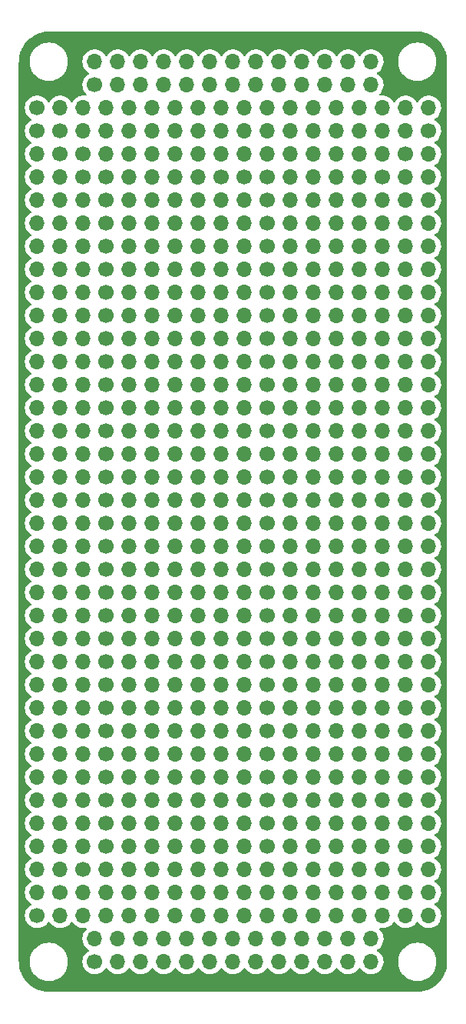
<source format=gbr>
%TF.GenerationSoftware,KiCad,Pcbnew,(6.0.5)*%
%TF.CreationDate,2022-09-13T18:20:42-04:00*%
%TF.ProjectId,protoboard,70726f74-6f62-46f6-9172-642e6b696361,0.1*%
%TF.SameCoordinates,Original*%
%TF.FileFunction,Copper,L1,Top*%
%TF.FilePolarity,Positive*%
%FSLAX46Y46*%
G04 Gerber Fmt 4.6, Leading zero omitted, Abs format (unit mm)*
G04 Created by KiCad (PCBNEW (6.0.5)) date 2022-09-13 18:20:42*
%MOMM*%
%LPD*%
G01*
G04 APERTURE LIST*
%TA.AperFunction,ComponentPad*%
%ADD10C,1.700000*%
%TD*%
%TA.AperFunction,ComponentPad*%
%ADD11O,1.700000X1.700000*%
%TD*%
G04 APERTURE END LIST*
D10*
%TO.P,J42,1,Pin_1*%
%TO.N,Net-(J42-Pad1)*%
X116840000Y-111760000D03*
D11*
%TO.P,J42,2,Pin_2*%
X119380000Y-111760000D03*
%TO.P,J42,3,Pin_3*%
X121920000Y-111760000D03*
%TO.P,J42,4,Pin_4*%
X124460000Y-111760000D03*
%TO.P,J42,5,Pin_5*%
X127000000Y-111760000D03*
%TD*%
D10*
%TO.P,J5,1,Pin_1*%
%TO.N,Net-(J5-Pad1)*%
X116840000Y-114300000D03*
D11*
%TO.P,J5,2,Pin_2*%
X119380000Y-114300000D03*
%TO.P,J5,3,Pin_3*%
X121920000Y-114300000D03*
%TO.P,J5,4,Pin_4*%
X124460000Y-114300000D03*
%TO.P,J5,5,Pin_5*%
X127000000Y-114300000D03*
%TD*%
D10*
%TO.P,J27,1,Pin_1*%
%TO.N,Net-(J27-Pad1)*%
X134620000Y-142240000D03*
D11*
%TO.P,J27,2,Pin_2*%
X137160000Y-142240000D03*
%TO.P,J27,3,Pin_3*%
X139700000Y-142240000D03*
%TO.P,J27,4,Pin_4*%
X142240000Y-142240000D03*
%TO.P,J27,5,Pin_5*%
X144780000Y-142240000D03*
%TD*%
D10*
%TO.P,J9,1,Pin_1*%
%TO.N,Net-(J9-Pad1)*%
X134620000Y-124460000D03*
D11*
%TO.P,J9,2,Pin_2*%
X137160000Y-124460000D03*
%TO.P,J9,3,Pin_3*%
X139700000Y-124460000D03*
%TO.P,J9,4,Pin_4*%
X142240000Y-124460000D03*
%TO.P,J9,5,Pin_5*%
X144780000Y-124460000D03*
%TD*%
D10*
%TO.P,J60,1,Pin_1*%
%TO.N,Net-(J60-Pad1)*%
X134620000Y-121920000D03*
D11*
%TO.P,J60,2,Pin_2*%
X137160000Y-121920000D03*
%TO.P,J60,3,Pin_3*%
X139700000Y-121920000D03*
%TO.P,J60,4,Pin_4*%
X142240000Y-121920000D03*
%TO.P,J60,5,Pin_5*%
X144780000Y-121920000D03*
%TD*%
D10*
%TO.P,J47,1,Pin_1*%
%TO.N,Net-(J47-Pad1)*%
X134620000Y-78740000D03*
D11*
%TO.P,J47,2,Pin_2*%
X137160000Y-78740000D03*
%TO.P,J47,3,Pin_3*%
X139700000Y-78740000D03*
%TO.P,J47,4,Pin_4*%
X142240000Y-78740000D03*
%TO.P,J47,5,Pin_5*%
X144780000Y-78740000D03*
%TD*%
D10*
%TO.P,J34,1,Pin_1*%
%TO.N,Net-(J34-Pad1)*%
X134620000Y-104140000D03*
D11*
%TO.P,J34,2,Pin_2*%
X137160000Y-104140000D03*
%TO.P,J34,3,Pin_3*%
X139700000Y-104140000D03*
%TO.P,J34,4,Pin_4*%
X142240000Y-104140000D03*
%TO.P,J34,5,Pin_5*%
X144780000Y-104140000D03*
%TD*%
D10*
%TO.P,J23,1,Pin_1*%
%TO.N,Net-(J23-Pad1)*%
X116840000Y-101600000D03*
D11*
%TO.P,J23,2,Pin_2*%
X119380000Y-101600000D03*
%TO.P,J23,3,Pin_3*%
X121920000Y-101600000D03*
%TO.P,J23,4,Pin_4*%
X124460000Y-101600000D03*
%TO.P,J23,5,Pin_5*%
X127000000Y-101600000D03*
%TD*%
D10*
%TO.P,J53,1,Pin_1*%
%TO.N,Net-(J53-Pad1)*%
X116840000Y-132080000D03*
D11*
%TO.P,J53,2,Pin_2*%
X119380000Y-132080000D03*
%TO.P,J53,3,Pin_3*%
X121920000Y-132080000D03*
%TO.P,J53,4,Pin_4*%
X124460000Y-132080000D03*
%TO.P,J53,5,Pin_5*%
X127000000Y-132080000D03*
%TD*%
D10*
%TO.P,J68,1,Pin_1*%
%TO.N,Net-(J68-Pad1)*%
X109220000Y-63500000D03*
D11*
%TO.P,J68,2,Pin_2*%
X109220000Y-66040000D03*
%TO.P,J68,3,Pin_3*%
X109220000Y-68580000D03*
%TO.P,J68,4,Pin_4*%
X109220000Y-71120000D03*
%TO.P,J68,5,Pin_5*%
X109220000Y-73660000D03*
%TO.P,J68,6,Pin_6*%
X109220000Y-76200000D03*
%TO.P,J68,7,Pin_7*%
X109220000Y-78740000D03*
%TO.P,J68,8,Pin_8*%
X109220000Y-81280000D03*
%TO.P,J68,9,Pin_9*%
X109220000Y-83820000D03*
%TO.P,J68,10,Pin_10*%
X109220000Y-86360000D03*
%TO.P,J68,11,Pin_11*%
X109220000Y-88900000D03*
%TO.P,J68,12,Pin_12*%
X109220000Y-91440000D03*
%TO.P,J68,13,Pin_13*%
X109220000Y-93980000D03*
%TO.P,J68,14,Pin_14*%
X109220000Y-96520000D03*
%TO.P,J68,15,Pin_15*%
X109220000Y-99060000D03*
%TO.P,J68,16,Pin_16*%
X109220000Y-101600000D03*
%TO.P,J68,17,Pin_17*%
X109220000Y-104140000D03*
%TO.P,J68,18,Pin_18*%
X109220000Y-106680000D03*
%TO.P,J68,19,Pin_19*%
X109220000Y-109220000D03*
%TO.P,J68,20,Pin_20*%
X109220000Y-111760000D03*
%TO.P,J68,21,Pin_21*%
X109220000Y-114300000D03*
%TO.P,J68,22,Pin_22*%
X109220000Y-116840000D03*
%TO.P,J68,23,Pin_23*%
X109220000Y-119380000D03*
%TO.P,J68,24,Pin_24*%
X109220000Y-121920000D03*
%TO.P,J68,25,Pin_25*%
X109220000Y-124460000D03*
%TO.P,J68,26,Pin_26*%
X109220000Y-127000000D03*
%TO.P,J68,27,Pin_27*%
X109220000Y-129540000D03*
%TO.P,J68,28,Pin_28*%
X109220000Y-132080000D03*
%TO.P,J68,29,Pin_29*%
X109220000Y-134620000D03*
%TO.P,J68,30,Pin_30*%
X109220000Y-137160000D03*
%TO.P,J68,31,Pin_31*%
X109220000Y-139700000D03*
%TO.P,J68,32,Pin_32*%
X109220000Y-142240000D03*
%TO.P,J68,33,Pin_33*%
X109220000Y-144780000D03*
%TO.P,J68,34,Pin_34*%
X109220000Y-147320000D03*
%TD*%
D10*
%TO.P,J8,1,Pin_1*%
%TO.N,Net-(J8-Pad1)*%
X116840000Y-73660000D03*
D11*
%TO.P,J8,2,Pin_2*%
X119380000Y-73660000D03*
%TO.P,J8,3,Pin_3*%
X121920000Y-73660000D03*
%TO.P,J8,4,Pin_4*%
X124460000Y-73660000D03*
%TO.P,J8,5,Pin_5*%
X127000000Y-73660000D03*
%TD*%
D10*
%TO.P,J20,1,Pin_1*%
%TO.N,Net-(J20-Pad1)*%
X134620000Y-99060000D03*
D11*
%TO.P,J20,2,Pin_2*%
X137160000Y-99060000D03*
%TO.P,J20,3,Pin_3*%
X139700000Y-99060000D03*
%TO.P,J20,4,Pin_4*%
X142240000Y-99060000D03*
%TO.P,J20,5,Pin_5*%
X144780000Y-99060000D03*
%TD*%
D10*
%TO.P,J62,1,Pin_1*%
%TO.N,Net-(J62-Pad1)*%
X147320000Y-68580000D03*
D11*
%TO.P,J62,2,Pin_2*%
X147320000Y-71120000D03*
%TO.P,J62,3,Pin_3*%
X147320000Y-73660000D03*
%TO.P,J62,4,Pin_4*%
X147320000Y-76200000D03*
%TO.P,J62,5,Pin_5*%
X147320000Y-78740000D03*
%TO.P,J62,6,Pin_6*%
X147320000Y-81280000D03*
%TO.P,J62,7,Pin_7*%
X147320000Y-83820000D03*
%TO.P,J62,8,Pin_8*%
X147320000Y-86360000D03*
%TO.P,J62,9,Pin_9*%
X147320000Y-88900000D03*
%TO.P,J62,10,Pin_10*%
X147320000Y-91440000D03*
%TO.P,J62,11,Pin_11*%
X147320000Y-93980000D03*
%TO.P,J62,12,Pin_12*%
X147320000Y-96520000D03*
%TO.P,J62,13,Pin_13*%
X147320000Y-99060000D03*
%TO.P,J62,14,Pin_14*%
X147320000Y-101600000D03*
%TO.P,J62,15,Pin_15*%
X147320000Y-104140000D03*
%TO.P,J62,16,Pin_16*%
X147320000Y-106680000D03*
%TO.P,J62,17,Pin_17*%
X147320000Y-109220000D03*
%TO.P,J62,18,Pin_18*%
X147320000Y-111760000D03*
%TO.P,J62,19,Pin_19*%
X147320000Y-114300000D03*
%TO.P,J62,20,Pin_20*%
X147320000Y-116840000D03*
%TO.P,J62,21,Pin_21*%
X147320000Y-119380000D03*
%TO.P,J62,22,Pin_22*%
X147320000Y-121920000D03*
%TO.P,J62,23,Pin_23*%
X147320000Y-124460000D03*
%TO.P,J62,24,Pin_24*%
X147320000Y-127000000D03*
%TO.P,J62,25,Pin_25*%
X147320000Y-129540000D03*
%TO.P,J62,26,Pin_26*%
X147320000Y-132080000D03*
%TO.P,J62,27,Pin_27*%
X147320000Y-134620000D03*
%TO.P,J62,28,Pin_28*%
X147320000Y-137160000D03*
%TO.P,J62,29,Pin_29*%
X147320000Y-139700000D03*
%TO.P,J62,30,Pin_30*%
X147320000Y-142240000D03*
%TD*%
D10*
%TO.P,J49,1,Pin_1*%
%TO.N,Net-(J49-Pad1)*%
X116840000Y-119380000D03*
D11*
%TO.P,J49,2,Pin_2*%
X119380000Y-119380000D03*
%TO.P,J49,3,Pin_3*%
X121920000Y-119380000D03*
%TO.P,J49,4,Pin_4*%
X124460000Y-119380000D03*
%TO.P,J49,5,Pin_5*%
X127000000Y-119380000D03*
%TD*%
D10*
%TO.P,J48,1,Pin_1*%
%TO.N,Net-(J48-Pad1)*%
X116840000Y-91440000D03*
D11*
%TO.P,J48,2,Pin_2*%
X119380000Y-91440000D03*
%TO.P,J48,3,Pin_3*%
X121920000Y-91440000D03*
%TO.P,J48,4,Pin_4*%
X124460000Y-91440000D03*
%TO.P,J48,5,Pin_5*%
X127000000Y-91440000D03*
%TD*%
D10*
%TO.P,J64,1,Pin_1*%
%TO.N,Net-(J64-Pad1)*%
X132080000Y-68580000D03*
D11*
%TO.P,J64,2,Pin_2*%
X132080000Y-71120000D03*
%TO.P,J64,3,Pin_3*%
X132080000Y-73660000D03*
%TO.P,J64,4,Pin_4*%
X132080000Y-76200000D03*
%TO.P,J64,5,Pin_5*%
X132080000Y-78740000D03*
%TO.P,J64,6,Pin_6*%
X132080000Y-81280000D03*
%TO.P,J64,7,Pin_7*%
X132080000Y-83820000D03*
%TO.P,J64,8,Pin_8*%
X132080000Y-86360000D03*
%TO.P,J64,9,Pin_9*%
X132080000Y-88900000D03*
%TO.P,J64,10,Pin_10*%
X132080000Y-91440000D03*
%TO.P,J64,11,Pin_11*%
X132080000Y-93980000D03*
%TO.P,J64,12,Pin_12*%
X132080000Y-96520000D03*
%TO.P,J64,13,Pin_13*%
X132080000Y-99060000D03*
%TO.P,J64,14,Pin_14*%
X132080000Y-101600000D03*
%TO.P,J64,15,Pin_15*%
X132080000Y-104140000D03*
%TO.P,J64,16,Pin_16*%
X132080000Y-106680000D03*
%TO.P,J64,17,Pin_17*%
X132080000Y-109220000D03*
%TO.P,J64,18,Pin_18*%
X132080000Y-111760000D03*
%TO.P,J64,19,Pin_19*%
X132080000Y-114300000D03*
%TO.P,J64,20,Pin_20*%
X132080000Y-116840000D03*
%TO.P,J64,21,Pin_21*%
X132080000Y-119380000D03*
%TO.P,J64,22,Pin_22*%
X132080000Y-121920000D03*
%TO.P,J64,23,Pin_23*%
X132080000Y-124460000D03*
%TO.P,J64,24,Pin_24*%
X132080000Y-127000000D03*
%TO.P,J64,25,Pin_25*%
X132080000Y-129540000D03*
%TO.P,J64,26,Pin_26*%
X132080000Y-132080000D03*
%TO.P,J64,27,Pin_27*%
X132080000Y-134620000D03*
%TO.P,J64,28,Pin_28*%
X132080000Y-137160000D03*
%TO.P,J64,29,Pin_29*%
X132080000Y-139700000D03*
%TO.P,J64,30,Pin_30*%
X132080000Y-142240000D03*
%TD*%
D10*
%TO.P,J29,1,Pin_1*%
%TO.N,Net-(J29-Pad1)*%
X116840000Y-104140000D03*
D11*
%TO.P,J29,2,Pin_2*%
X119380000Y-104140000D03*
%TO.P,J29,3,Pin_3*%
X121920000Y-104140000D03*
%TO.P,J29,4,Pin_4*%
X124460000Y-104140000D03*
%TO.P,J29,5,Pin_5*%
X127000000Y-104140000D03*
%TD*%
D10*
%TO.P,J6,1,Pin_1*%
%TO.N,Net-(J6-Pad1)*%
X116840000Y-96520000D03*
D11*
%TO.P,J6,2,Pin_2*%
X119380000Y-96520000D03*
%TO.P,J6,3,Pin_3*%
X121920000Y-96520000D03*
%TO.P,J6,4,Pin_4*%
X124460000Y-96520000D03*
%TO.P,J6,5,Pin_5*%
X127000000Y-96520000D03*
%TD*%
D10*
%TO.P,J2,1,Pin_1*%
%TO.N,Net-(J2-Pad1)*%
X116840000Y-109220000D03*
D11*
%TO.P,J2,2,Pin_2*%
X119380000Y-109220000D03*
%TO.P,J2,3,Pin_3*%
X121920000Y-109220000D03*
%TO.P,J2,4,Pin_4*%
X124460000Y-109220000D03*
%TO.P,J2,5,Pin_5*%
X127000000Y-109220000D03*
%TD*%
D10*
%TO.P,J59,1,Pin_1*%
%TO.N,Net-(J59-Pad1)*%
X134620000Y-91440000D03*
D11*
%TO.P,J59,2,Pin_2*%
X137160000Y-91440000D03*
%TO.P,J59,3,Pin_3*%
X139700000Y-91440000D03*
%TO.P,J59,4,Pin_4*%
X142240000Y-91440000D03*
%TO.P,J59,5,Pin_5*%
X144780000Y-91440000D03*
%TD*%
D10*
%TO.P,J25,1,Pin_1*%
%TO.N,Net-(J25-Pad1)*%
X134620000Y-83820000D03*
D11*
%TO.P,J25,2,Pin_2*%
X137160000Y-83820000D03*
%TO.P,J25,3,Pin_3*%
X139700000Y-83820000D03*
%TO.P,J25,4,Pin_4*%
X142240000Y-83820000D03*
%TO.P,J25,5,Pin_5*%
X144780000Y-83820000D03*
%TD*%
D10*
%TO.P,J57,1,Pin_1*%
%TO.N,Net-(J57-Pad1)*%
X134620000Y-129540000D03*
D11*
%TO.P,J57,2,Pin_2*%
X137160000Y-129540000D03*
%TO.P,J57,3,Pin_3*%
X139700000Y-129540000D03*
%TO.P,J57,4,Pin_4*%
X142240000Y-129540000D03*
%TO.P,J57,5,Pin_5*%
X144780000Y-129540000D03*
%TD*%
D10*
%TO.P,J72,1,Pin_1*%
%TO.N,Net-(J72-Pad1)*%
X111760000Y-147320000D03*
D11*
%TO.P,J72,2,Pin_2*%
X114300000Y-147320000D03*
%TO.P,J72,3,Pin_3*%
X116840000Y-147320000D03*
%TO.P,J72,4,Pin_4*%
X119380000Y-147320000D03*
%TO.P,J72,5,Pin_5*%
X121920000Y-147320000D03*
%TO.P,J72,6,Pin_6*%
X124460000Y-147320000D03*
%TO.P,J72,7,Pin_7*%
X127000000Y-147320000D03*
%TO.P,J72,8,Pin_8*%
X129540000Y-147320000D03*
%TO.P,J72,9,Pin_9*%
X132080000Y-147320000D03*
%TO.P,J72,10,Pin_10*%
X134620000Y-147320000D03*
%TO.P,J72,11,Pin_11*%
X137160000Y-147320000D03*
%TO.P,J72,12,Pin_12*%
X139700000Y-147320000D03*
%TO.P,J72,13,Pin_13*%
X142240000Y-147320000D03*
%TO.P,J72,14,Pin_14*%
X144780000Y-147320000D03*
%TO.P,J72,15,Pin_15*%
X147320000Y-147320000D03*
%TO.P,J72,16,Pin_16*%
X149860000Y-147320000D03*
%TD*%
D10*
%TO.P,J50,1,Pin_1*%
%TO.N,Net-(J50-Pad1)*%
X116840000Y-78740000D03*
D11*
%TO.P,J50,2,Pin_2*%
X119380000Y-78740000D03*
%TO.P,J50,3,Pin_3*%
X121920000Y-78740000D03*
%TO.P,J50,4,Pin_4*%
X124460000Y-78740000D03*
%TO.P,J50,5,Pin_5*%
X127000000Y-78740000D03*
%TD*%
D10*
%TO.P,J16,1,Pin_1*%
%TO.N,Net-(J16-Pad1)*%
X134620000Y-111760000D03*
D11*
%TO.P,J16,2,Pin_2*%
X137160000Y-111760000D03*
%TO.P,J16,3,Pin_3*%
X139700000Y-111760000D03*
%TO.P,J16,4,Pin_4*%
X142240000Y-111760000D03*
%TO.P,J16,5,Pin_5*%
X144780000Y-111760000D03*
%TD*%
D10*
%TO.P,J69,1,Pin_1*%
%TO.N,Net-(J69-Pad1)*%
X109220000Y-60960000D03*
D11*
%TO.P,J69,2,Pin_2*%
X111760000Y-60960000D03*
%TO.P,J69,3,Pin_3*%
X114300000Y-60960000D03*
%TO.P,J69,4,Pin_4*%
X116840000Y-60960000D03*
%TO.P,J69,5,Pin_5*%
X119380000Y-60960000D03*
%TO.P,J69,6,Pin_6*%
X121920000Y-60960000D03*
%TO.P,J69,7,Pin_7*%
X124460000Y-60960000D03*
%TO.P,J69,8,Pin_8*%
X127000000Y-60960000D03*
%TO.P,J69,9,Pin_9*%
X129540000Y-60960000D03*
%TO.P,J69,10,Pin_10*%
X132080000Y-60960000D03*
%TO.P,J69,11,Pin_11*%
X134620000Y-60960000D03*
%TO.P,J69,12,Pin_12*%
X137160000Y-60960000D03*
%TO.P,J69,13,Pin_13*%
X139700000Y-60960000D03*
%TO.P,J69,14,Pin_14*%
X142240000Y-60960000D03*
%TO.P,J69,15,Pin_15*%
X144780000Y-60960000D03*
%TO.P,J69,16,Pin_16*%
X147320000Y-60960000D03*
%TO.P,J69,17,Pin_17*%
X149860000Y-60960000D03*
%TO.P,J69,18,Pin_18*%
X152400000Y-60960000D03*
%TD*%
D10*
%TO.P,J67,1,Pin_1*%
%TO.N,Net-(J67-Pad1)*%
X152400000Y-63500000D03*
D11*
%TO.P,J67,2,Pin_2*%
X152400000Y-66040000D03*
%TO.P,J67,3,Pin_3*%
X152400000Y-68580000D03*
%TO.P,J67,4,Pin_4*%
X152400000Y-71120000D03*
%TO.P,J67,5,Pin_5*%
X152400000Y-73660000D03*
%TO.P,J67,6,Pin_6*%
X152400000Y-76200000D03*
%TO.P,J67,7,Pin_7*%
X152400000Y-78740000D03*
%TO.P,J67,8,Pin_8*%
X152400000Y-81280000D03*
%TO.P,J67,9,Pin_9*%
X152400000Y-83820000D03*
%TO.P,J67,10,Pin_10*%
X152400000Y-86360000D03*
%TO.P,J67,11,Pin_11*%
X152400000Y-88900000D03*
%TO.P,J67,12,Pin_12*%
X152400000Y-91440000D03*
%TO.P,J67,13,Pin_13*%
X152400000Y-93980000D03*
%TO.P,J67,14,Pin_14*%
X152400000Y-96520000D03*
%TO.P,J67,15,Pin_15*%
X152400000Y-99060000D03*
%TO.P,J67,16,Pin_16*%
X152400000Y-101600000D03*
%TO.P,J67,17,Pin_17*%
X152400000Y-104140000D03*
%TO.P,J67,18,Pin_18*%
X152400000Y-106680000D03*
%TO.P,J67,19,Pin_19*%
X152400000Y-109220000D03*
%TO.P,J67,20,Pin_20*%
X152400000Y-111760000D03*
%TO.P,J67,21,Pin_21*%
X152400000Y-114300000D03*
%TO.P,J67,22,Pin_22*%
X152400000Y-116840000D03*
%TO.P,J67,23,Pin_23*%
X152400000Y-119380000D03*
%TO.P,J67,24,Pin_24*%
X152400000Y-121920000D03*
%TO.P,J67,25,Pin_25*%
X152400000Y-124460000D03*
%TO.P,J67,26,Pin_26*%
X152400000Y-127000000D03*
%TO.P,J67,27,Pin_27*%
X152400000Y-129540000D03*
%TO.P,J67,28,Pin_28*%
X152400000Y-132080000D03*
%TO.P,J67,29,Pin_29*%
X152400000Y-134620000D03*
%TO.P,J67,30,Pin_30*%
X152400000Y-137160000D03*
%TO.P,J67,31,Pin_31*%
X152400000Y-139700000D03*
%TO.P,J67,32,Pin_32*%
X152400000Y-142240000D03*
%TO.P,J67,33,Pin_33*%
X152400000Y-144780000D03*
%TO.P,J67,34,Pin_34*%
X152400000Y-147320000D03*
%TD*%
D10*
%TO.P,J71,1,Pin_1*%
%TO.N,Net-(J71-Pad1)*%
X111760000Y-63500000D03*
D11*
%TO.P,J71,2,Pin_2*%
X114300000Y-63500000D03*
%TO.P,J71,3,Pin_3*%
X116840000Y-63500000D03*
%TO.P,J71,4,Pin_4*%
X119380000Y-63500000D03*
%TO.P,J71,5,Pin_5*%
X121920000Y-63500000D03*
%TO.P,J71,6,Pin_6*%
X124460000Y-63500000D03*
%TO.P,J71,7,Pin_7*%
X127000000Y-63500000D03*
%TO.P,J71,8,Pin_8*%
X129540000Y-63500000D03*
%TO.P,J71,9,Pin_9*%
X132080000Y-63500000D03*
%TO.P,J71,10,Pin_10*%
X134620000Y-63500000D03*
%TO.P,J71,11,Pin_11*%
X137160000Y-63500000D03*
%TO.P,J71,12,Pin_12*%
X139700000Y-63500000D03*
%TO.P,J71,13,Pin_13*%
X142240000Y-63500000D03*
%TO.P,J71,14,Pin_14*%
X144780000Y-63500000D03*
%TO.P,J71,15,Pin_15*%
X147320000Y-63500000D03*
%TO.P,J71,16,Pin_16*%
X149860000Y-63500000D03*
%TD*%
D10*
%TO.P,J10,1,Pin_1*%
%TO.N,Net-(J10-Pad1)*%
X134620000Y-101600000D03*
D11*
%TO.P,J10,2,Pin_2*%
X137160000Y-101600000D03*
%TO.P,J10,3,Pin_3*%
X139700000Y-101600000D03*
%TO.P,J10,4,Pin_4*%
X142240000Y-101600000D03*
%TO.P,J10,5,Pin_5*%
X144780000Y-101600000D03*
%TD*%
D10*
%TO.P,J17,1,Pin_1*%
%TO.N,Net-(J17-Pad1)*%
X116840000Y-93980000D03*
D11*
%TO.P,J17,2,Pin_2*%
X119380000Y-93980000D03*
%TO.P,J17,3,Pin_3*%
X121920000Y-93980000D03*
%TO.P,J17,4,Pin_4*%
X124460000Y-93980000D03*
%TO.P,J17,5,Pin_5*%
X127000000Y-93980000D03*
%TD*%
D10*
%TO.P,J56,1,Pin_1*%
%TO.N,Net-(J56-Pad1)*%
X134620000Y-137160000D03*
D11*
%TO.P,J56,2,Pin_2*%
X137160000Y-137160000D03*
%TO.P,J56,3,Pin_3*%
X139700000Y-137160000D03*
%TO.P,J56,4,Pin_4*%
X142240000Y-137160000D03*
%TO.P,J56,5,Pin_5*%
X144780000Y-137160000D03*
%TD*%
D10*
%TO.P,J41,1,Pin_1*%
%TO.N,Net-(J41-Pad1)*%
X116840000Y-142240000D03*
D11*
%TO.P,J41,2,Pin_2*%
X119380000Y-142240000D03*
%TO.P,J41,3,Pin_3*%
X121920000Y-142240000D03*
%TO.P,J41,4,Pin_4*%
X124460000Y-142240000D03*
%TO.P,J41,5,Pin_5*%
X127000000Y-142240000D03*
%TD*%
D10*
%TO.P,J43,1,Pin_1*%
%TO.N,Net-(J43-Pad1)*%
X134620000Y-119380000D03*
D11*
%TO.P,J43,2,Pin_2*%
X137160000Y-119380000D03*
%TO.P,J43,3,Pin_3*%
X139700000Y-119380000D03*
%TO.P,J43,4,Pin_4*%
X142240000Y-119380000D03*
%TO.P,J43,5,Pin_5*%
X144780000Y-119380000D03*
%TD*%
D10*
%TO.P,J21,1,Pin_1*%
%TO.N,Net-(J21-Pad1)*%
X116840000Y-106680000D03*
D11*
%TO.P,J21,2,Pin_2*%
X119380000Y-106680000D03*
%TO.P,J21,3,Pin_3*%
X121920000Y-106680000D03*
%TO.P,J21,4,Pin_4*%
X124460000Y-106680000D03*
%TO.P,J21,5,Pin_5*%
X127000000Y-106680000D03*
%TD*%
D10*
%TO.P,J75,1,Pin_1*%
%TO.N,Net-(J75-Pad1)*%
X115570000Y-154940000D03*
D11*
%TO.P,J75,2,Pin_2*%
X115570000Y-152400000D03*
%TO.P,J75,3,Pin_3*%
%TO.N,Net-(J75-Pad3)*%
X118110000Y-154940000D03*
%TO.P,J75,4,Pin_4*%
X118110000Y-152400000D03*
%TO.P,J75,5,Pin_5*%
%TO.N,Net-(J75-Pad5)*%
X120650000Y-154940000D03*
%TO.P,J75,6,Pin_6*%
X120650000Y-152400000D03*
%TO.P,J75,7,Pin_7*%
%TO.N,Net-(J75-Pad7)*%
X123190000Y-154940000D03*
%TO.P,J75,8,Pin_8*%
X123190000Y-152400000D03*
%TO.P,J75,9,Pin_9*%
%TO.N,Net-(J75-Pad9)*%
X125730000Y-154940000D03*
%TO.P,J75,10,Pin_10*%
X125730000Y-152400000D03*
%TO.P,J75,11,Pin_11*%
%TO.N,Net-(J75-Pad11)*%
X128270000Y-154940000D03*
%TO.P,J75,12,Pin_12*%
X128270000Y-152400000D03*
%TO.P,J75,13,Pin_13*%
%TO.N,Net-(J75-Pad13)*%
X130810000Y-154940000D03*
%TO.P,J75,14,Pin_14*%
X130810000Y-152400000D03*
%TO.P,J75,15,Pin_15*%
%TO.N,Net-(J75-Pad15)*%
X133350000Y-154940000D03*
%TO.P,J75,16,Pin_16*%
X133350000Y-152400000D03*
%TO.P,J75,17,Pin_17*%
%TO.N,Net-(J75-Pad17)*%
X135890000Y-154940000D03*
%TO.P,J75,18,Pin_18*%
X135890000Y-152400000D03*
%TO.P,J75,19,Pin_19*%
%TO.N,Net-(J75-Pad19)*%
X138430000Y-154940000D03*
%TO.P,J75,20,Pin_20*%
X138430000Y-152400000D03*
%TO.P,J75,21,Pin_21*%
%TO.N,Net-(J75-Pad21)*%
X140970000Y-154940000D03*
%TO.P,J75,22,Pin_22*%
X140970000Y-152400000D03*
%TO.P,J75,23,Pin_23*%
%TO.N,Net-(J75-Pad23)*%
X143510000Y-154940000D03*
%TO.P,J75,24,Pin_24*%
X143510000Y-152400000D03*
%TO.P,J75,25,Pin_25*%
%TO.N,Net-(J75-Pad25)*%
X146050000Y-154940000D03*
%TO.P,J75,26,Pin_26*%
X146050000Y-152400000D03*
%TD*%
D10*
%TO.P,J39,1,Pin_1*%
%TO.N,Net-(J39-Pad1)*%
X116840000Y-81280000D03*
D11*
%TO.P,J39,2,Pin_2*%
X119380000Y-81280000D03*
%TO.P,J39,3,Pin_3*%
X121920000Y-81280000D03*
%TO.P,J39,4,Pin_4*%
X124460000Y-81280000D03*
%TO.P,J39,5,Pin_5*%
X127000000Y-81280000D03*
%TD*%
D10*
%TO.P,J44,1,Pin_1*%
%TO.N,Net-(J44-Pad1)*%
X116840000Y-139700000D03*
D11*
%TO.P,J44,2,Pin_2*%
X119380000Y-139700000D03*
%TO.P,J44,3,Pin_3*%
X121920000Y-139700000D03*
%TO.P,J44,4,Pin_4*%
X124460000Y-139700000D03*
%TO.P,J44,5,Pin_5*%
X127000000Y-139700000D03*
%TD*%
D10*
%TO.P,J19,1,Pin_1*%
%TO.N,Net-(J19-Pad1)*%
X116840000Y-134620000D03*
D11*
%TO.P,J19,2,Pin_2*%
X119380000Y-134620000D03*
%TO.P,J19,3,Pin_3*%
X121920000Y-134620000D03*
%TO.P,J19,4,Pin_4*%
X124460000Y-134620000D03*
%TO.P,J19,5,Pin_5*%
X127000000Y-134620000D03*
%TD*%
D10*
%TO.P,J40,1,Pin_1*%
%TO.N,Net-(J40-Pad1)*%
X134620000Y-88900000D03*
D11*
%TO.P,J40,2,Pin_2*%
X137160000Y-88900000D03*
%TO.P,J40,3,Pin_3*%
X139700000Y-88900000D03*
%TO.P,J40,4,Pin_4*%
X142240000Y-88900000D03*
%TO.P,J40,5,Pin_5*%
X144780000Y-88900000D03*
%TD*%
D10*
%TO.P,J1,1,Pin_1*%
%TO.N,Net-(J1-Pad1)*%
X116840000Y-116840000D03*
D11*
%TO.P,J1,2,Pin_2*%
X119380000Y-116840000D03*
%TO.P,J1,3,Pin_3*%
X121920000Y-116840000D03*
%TO.P,J1,4,Pin_4*%
X124460000Y-116840000D03*
%TO.P,J1,5,Pin_5*%
X127000000Y-116840000D03*
%TD*%
D10*
%TO.P,J70,1,Pin_1*%
%TO.N,Net-(J70-Pad1)*%
X109220000Y-149860000D03*
D11*
%TO.P,J70,2,Pin_2*%
X111760000Y-149860000D03*
%TO.P,J70,3,Pin_3*%
X114300000Y-149860000D03*
%TO.P,J70,4,Pin_4*%
X116840000Y-149860000D03*
%TO.P,J70,5,Pin_5*%
X119380000Y-149860000D03*
%TO.P,J70,6,Pin_6*%
X121920000Y-149860000D03*
%TO.P,J70,7,Pin_7*%
X124460000Y-149860000D03*
%TO.P,J70,8,Pin_8*%
X127000000Y-149860000D03*
%TO.P,J70,9,Pin_9*%
X129540000Y-149860000D03*
%TO.P,J70,10,Pin_10*%
X132080000Y-149860000D03*
%TO.P,J70,11,Pin_11*%
X134620000Y-149860000D03*
%TO.P,J70,12,Pin_12*%
X137160000Y-149860000D03*
%TO.P,J70,13,Pin_13*%
X139700000Y-149860000D03*
%TO.P,J70,14,Pin_14*%
X142240000Y-149860000D03*
%TO.P,J70,15,Pin_15*%
X144780000Y-149860000D03*
%TO.P,J70,16,Pin_16*%
X147320000Y-149860000D03*
%TO.P,J70,17,Pin_17*%
X149860000Y-149860000D03*
%TO.P,J70,18,Pin_18*%
X152400000Y-149860000D03*
%TD*%
D10*
%TO.P,J28,1,Pin_1*%
%TO.N,Net-(J28-Pad1)*%
X116840000Y-137160000D03*
D11*
%TO.P,J28,2,Pin_2*%
X119380000Y-137160000D03*
%TO.P,J28,3,Pin_3*%
X121920000Y-137160000D03*
%TO.P,J28,4,Pin_4*%
X124460000Y-137160000D03*
%TO.P,J28,5,Pin_5*%
X127000000Y-137160000D03*
%TD*%
D10*
%TO.P,J46,1,Pin_1*%
%TO.N,Net-(J46-Pad1)*%
X116840000Y-86360000D03*
D11*
%TO.P,J46,2,Pin_2*%
X119380000Y-86360000D03*
%TO.P,J46,3,Pin_3*%
X121920000Y-86360000D03*
%TO.P,J46,4,Pin_4*%
X124460000Y-86360000D03*
%TO.P,J46,5,Pin_5*%
X127000000Y-86360000D03*
%TD*%
D10*
%TO.P,J61,1,Pin_1*%
%TO.N,Net-(J61-Pad1)*%
X114300000Y-68580000D03*
D11*
%TO.P,J61,2,Pin_2*%
X114300000Y-71120000D03*
%TO.P,J61,3,Pin_3*%
X114300000Y-73660000D03*
%TO.P,J61,4,Pin_4*%
X114300000Y-76200000D03*
%TO.P,J61,5,Pin_5*%
X114300000Y-78740000D03*
%TO.P,J61,6,Pin_6*%
X114300000Y-81280000D03*
%TO.P,J61,7,Pin_7*%
X114300000Y-83820000D03*
%TO.P,J61,8,Pin_8*%
X114300000Y-86360000D03*
%TO.P,J61,9,Pin_9*%
X114300000Y-88900000D03*
%TO.P,J61,10,Pin_10*%
X114300000Y-91440000D03*
%TO.P,J61,11,Pin_11*%
X114300000Y-93980000D03*
%TO.P,J61,12,Pin_12*%
X114300000Y-96520000D03*
%TO.P,J61,13,Pin_13*%
X114300000Y-99060000D03*
%TO.P,J61,14,Pin_14*%
X114300000Y-101600000D03*
%TO.P,J61,15,Pin_15*%
X114300000Y-104140000D03*
%TO.P,J61,16,Pin_16*%
X114300000Y-106680000D03*
%TO.P,J61,17,Pin_17*%
X114300000Y-109220000D03*
%TO.P,J61,18,Pin_18*%
X114300000Y-111760000D03*
%TO.P,J61,19,Pin_19*%
X114300000Y-114300000D03*
%TO.P,J61,20,Pin_20*%
X114300000Y-116840000D03*
%TO.P,J61,21,Pin_21*%
X114300000Y-119380000D03*
%TO.P,J61,22,Pin_22*%
X114300000Y-121920000D03*
%TO.P,J61,23,Pin_23*%
X114300000Y-124460000D03*
%TO.P,J61,24,Pin_24*%
X114300000Y-127000000D03*
%TO.P,J61,25,Pin_25*%
X114300000Y-129540000D03*
%TO.P,J61,26,Pin_26*%
X114300000Y-132080000D03*
%TO.P,J61,27,Pin_27*%
X114300000Y-134620000D03*
%TO.P,J61,28,Pin_28*%
X114300000Y-137160000D03*
%TO.P,J61,29,Pin_29*%
X114300000Y-139700000D03*
%TO.P,J61,30,Pin_30*%
X114300000Y-142240000D03*
%TD*%
D10*
%TO.P,J3,1,Pin_1*%
%TO.N,Net-(J3-Pad1)*%
X134620000Y-93980000D03*
D11*
%TO.P,J3,2,Pin_2*%
X137160000Y-93980000D03*
%TO.P,J3,3,Pin_3*%
X139700000Y-93980000D03*
%TO.P,J3,4,Pin_4*%
X142240000Y-93980000D03*
%TO.P,J3,5,Pin_5*%
X144780000Y-93980000D03*
%TD*%
D10*
%TO.P,J36,1,Pin_1*%
%TO.N,Net-(J36-Pad1)*%
X116840000Y-71120000D03*
D11*
%TO.P,J36,2,Pin_2*%
X119380000Y-71120000D03*
%TO.P,J36,3,Pin_3*%
X121920000Y-71120000D03*
%TO.P,J36,4,Pin_4*%
X124460000Y-71120000D03*
%TO.P,J36,5,Pin_5*%
X127000000Y-71120000D03*
%TD*%
D10*
%TO.P,J58,1,Pin_1*%
%TO.N,Net-(J58-Pad1)*%
X116840000Y-88900000D03*
D11*
%TO.P,J58,2,Pin_2*%
X119380000Y-88900000D03*
%TO.P,J58,3,Pin_3*%
X121920000Y-88900000D03*
%TO.P,J58,4,Pin_4*%
X124460000Y-88900000D03*
%TO.P,J58,5,Pin_5*%
X127000000Y-88900000D03*
%TD*%
D10*
%TO.P,J30,1,Pin_1*%
%TO.N,Net-(J30-Pad1)*%
X134620000Y-76200000D03*
D11*
%TO.P,J30,2,Pin_2*%
X137160000Y-76200000D03*
%TO.P,J30,3,Pin_3*%
X139700000Y-76200000D03*
%TO.P,J30,4,Pin_4*%
X142240000Y-76200000D03*
%TO.P,J30,5,Pin_5*%
X144780000Y-76200000D03*
%TD*%
D10*
%TO.P,J73,1,Pin_1*%
%TO.N,Net-(J73-Pad1)*%
X114300000Y-66040000D03*
D11*
%TO.P,J73,2,Pin_2*%
X116840000Y-66040000D03*
%TO.P,J73,3,Pin_3*%
X119380000Y-66040000D03*
%TO.P,J73,4,Pin_4*%
X121920000Y-66040000D03*
%TO.P,J73,5,Pin_5*%
X124460000Y-66040000D03*
%TO.P,J73,6,Pin_6*%
X127000000Y-66040000D03*
%TO.P,J73,7,Pin_7*%
X129540000Y-66040000D03*
%TO.P,J73,8,Pin_8*%
X132080000Y-66040000D03*
%TO.P,J73,9,Pin_9*%
X134620000Y-66040000D03*
%TO.P,J73,10,Pin_10*%
X137160000Y-66040000D03*
%TO.P,J73,11,Pin_11*%
X139700000Y-66040000D03*
%TO.P,J73,12,Pin_12*%
X142240000Y-66040000D03*
%TO.P,J73,13,Pin_13*%
X144780000Y-66040000D03*
%TO.P,J73,14,Pin_14*%
X147320000Y-66040000D03*
%TD*%
D10*
%TO.P,J55,1,Pin_1*%
%TO.N,Net-(J55-Pad1)*%
X116840000Y-68580000D03*
D11*
%TO.P,J55,2,Pin_2*%
X119380000Y-68580000D03*
%TO.P,J55,3,Pin_3*%
X121920000Y-68580000D03*
%TO.P,J55,4,Pin_4*%
X124460000Y-68580000D03*
%TO.P,J55,5,Pin_5*%
X127000000Y-68580000D03*
%TD*%
D10*
%TO.P,J38,1,Pin_1*%
%TO.N,Net-(J38-Pad1)*%
X116840000Y-121920000D03*
D11*
%TO.P,J38,2,Pin_2*%
X119380000Y-121920000D03*
%TO.P,J38,3,Pin_3*%
X121920000Y-121920000D03*
%TO.P,J38,4,Pin_4*%
X124460000Y-121920000D03*
%TO.P,J38,5,Pin_5*%
X127000000Y-121920000D03*
%TD*%
D10*
%TO.P,J33,1,Pin_1*%
%TO.N,Net-(J33-Pad1)*%
X134620000Y-73660000D03*
D11*
%TO.P,J33,2,Pin_2*%
X137160000Y-73660000D03*
%TO.P,J33,3,Pin_3*%
X139700000Y-73660000D03*
%TO.P,J33,4,Pin_4*%
X142240000Y-73660000D03*
%TO.P,J33,5,Pin_5*%
X144780000Y-73660000D03*
%TD*%
D10*
%TO.P,J35,1,Pin_1*%
%TO.N,Net-(J35-Pad1)*%
X134620000Y-86360000D03*
D11*
%TO.P,J35,2,Pin_2*%
X137160000Y-86360000D03*
%TO.P,J35,3,Pin_3*%
X139700000Y-86360000D03*
%TO.P,J35,4,Pin_4*%
X142240000Y-86360000D03*
%TO.P,J35,5,Pin_5*%
X144780000Y-86360000D03*
%TD*%
D10*
%TO.P,J12,1,Pin_1*%
%TO.N,Net-(J12-Pad1)*%
X134620000Y-127000000D03*
D11*
%TO.P,J12,2,Pin_2*%
X137160000Y-127000000D03*
%TO.P,J12,3,Pin_3*%
X139700000Y-127000000D03*
%TO.P,J12,4,Pin_4*%
X142240000Y-127000000D03*
%TO.P,J12,5,Pin_5*%
X144780000Y-127000000D03*
%TD*%
D10*
%TO.P,J13,1,Pin_1*%
%TO.N,Net-(J13-Pad1)*%
X116840000Y-129540000D03*
D11*
%TO.P,J13,2,Pin_2*%
X119380000Y-129540000D03*
%TO.P,J13,3,Pin_3*%
X121920000Y-129540000D03*
%TO.P,J13,4,Pin_4*%
X124460000Y-129540000D03*
%TO.P,J13,5,Pin_5*%
X127000000Y-129540000D03*
%TD*%
D10*
%TO.P,J18,1,Pin_1*%
%TO.N,Net-(J18-Pad1)*%
X116840000Y-76200000D03*
D11*
%TO.P,J18,2,Pin_2*%
X119380000Y-76200000D03*
%TO.P,J18,3,Pin_3*%
X121920000Y-76200000D03*
%TO.P,J18,4,Pin_4*%
X124460000Y-76200000D03*
%TO.P,J18,5,Pin_5*%
X127000000Y-76200000D03*
%TD*%
D10*
%TO.P,J7,1,Pin_1*%
%TO.N,Net-(J7-Pad1)*%
X134620000Y-116840000D03*
D11*
%TO.P,J7,2,Pin_2*%
X137160000Y-116840000D03*
%TO.P,J7,3,Pin_3*%
X139700000Y-116840000D03*
%TO.P,J7,4,Pin_4*%
X142240000Y-116840000D03*
%TO.P,J7,5,Pin_5*%
X144780000Y-116840000D03*
%TD*%
D10*
%TO.P,J31,1,Pin_1*%
%TO.N,Net-(J31-Pad1)*%
X134620000Y-114300000D03*
D11*
%TO.P,J31,2,Pin_2*%
X137160000Y-114300000D03*
%TO.P,J31,3,Pin_3*%
X139700000Y-114300000D03*
%TO.P,J31,4,Pin_4*%
X142240000Y-114300000D03*
%TO.P,J31,5,Pin_5*%
X144780000Y-114300000D03*
%TD*%
D10*
%TO.P,J51,1,Pin_1*%
%TO.N,Net-(J51-Pad1)*%
X134620000Y-68580000D03*
D11*
%TO.P,J51,2,Pin_2*%
X137160000Y-68580000D03*
%TO.P,J51,3,Pin_3*%
X139700000Y-68580000D03*
%TO.P,J51,4,Pin_4*%
X142240000Y-68580000D03*
%TO.P,J51,5,Pin_5*%
X144780000Y-68580000D03*
%TD*%
D10*
%TO.P,J52,1,Pin_1*%
%TO.N,Net-(J52-Pad1)*%
X134620000Y-109220000D03*
D11*
%TO.P,J52,2,Pin_2*%
X137160000Y-109220000D03*
%TO.P,J52,3,Pin_3*%
X139700000Y-109220000D03*
%TO.P,J52,4,Pin_4*%
X142240000Y-109220000D03*
%TO.P,J52,5,Pin_5*%
X144780000Y-109220000D03*
%TD*%
D10*
%TO.P,J24,1,Pin_1*%
%TO.N,Net-(J24-Pad1)*%
X116840000Y-124460000D03*
D11*
%TO.P,J24,2,Pin_2*%
X119380000Y-124460000D03*
%TO.P,J24,3,Pin_3*%
X121920000Y-124460000D03*
%TO.P,J24,4,Pin_4*%
X124460000Y-124460000D03*
%TO.P,J24,5,Pin_5*%
X127000000Y-124460000D03*
%TD*%
D10*
%TO.P,J37,1,Pin_1*%
%TO.N,Net-(J37-Pad1)*%
X134620000Y-81280000D03*
D11*
%TO.P,J37,2,Pin_2*%
X137160000Y-81280000D03*
%TO.P,J37,3,Pin_3*%
X139700000Y-81280000D03*
%TO.P,J37,4,Pin_4*%
X142240000Y-81280000D03*
%TO.P,J37,5,Pin_5*%
X144780000Y-81280000D03*
%TD*%
D10*
%TO.P,J66,1,Pin_1*%
%TO.N,Net-(J66-Pad1)*%
X111760000Y-66040000D03*
D11*
%TO.P,J66,2,Pin_2*%
X111760000Y-68580000D03*
%TO.P,J66,3,Pin_3*%
X111760000Y-71120000D03*
%TO.P,J66,4,Pin_4*%
X111760000Y-73660000D03*
%TO.P,J66,5,Pin_5*%
X111760000Y-76200000D03*
%TO.P,J66,6,Pin_6*%
X111760000Y-78740000D03*
%TO.P,J66,7,Pin_7*%
X111760000Y-81280000D03*
%TO.P,J66,8,Pin_8*%
X111760000Y-83820000D03*
%TO.P,J66,9,Pin_9*%
X111760000Y-86360000D03*
%TO.P,J66,10,Pin_10*%
X111760000Y-88900000D03*
%TO.P,J66,11,Pin_11*%
X111760000Y-91440000D03*
%TO.P,J66,12,Pin_12*%
X111760000Y-93980000D03*
%TO.P,J66,13,Pin_13*%
X111760000Y-96520000D03*
%TO.P,J66,14,Pin_14*%
X111760000Y-99060000D03*
%TO.P,J66,15,Pin_15*%
X111760000Y-101600000D03*
%TO.P,J66,16,Pin_16*%
X111760000Y-104140000D03*
%TO.P,J66,17,Pin_17*%
X111760000Y-106680000D03*
%TO.P,J66,18,Pin_18*%
X111760000Y-109220000D03*
%TO.P,J66,19,Pin_19*%
X111760000Y-111760000D03*
%TO.P,J66,20,Pin_20*%
X111760000Y-114300000D03*
%TO.P,J66,21,Pin_21*%
X111760000Y-116840000D03*
%TO.P,J66,22,Pin_22*%
X111760000Y-119380000D03*
%TO.P,J66,23,Pin_23*%
X111760000Y-121920000D03*
%TO.P,J66,24,Pin_24*%
X111760000Y-124460000D03*
%TO.P,J66,25,Pin_25*%
X111760000Y-127000000D03*
%TO.P,J66,26,Pin_26*%
X111760000Y-129540000D03*
%TO.P,J66,27,Pin_27*%
X111760000Y-132080000D03*
%TO.P,J66,28,Pin_28*%
X111760000Y-134620000D03*
%TO.P,J66,29,Pin_29*%
X111760000Y-137160000D03*
%TO.P,J66,30,Pin_30*%
X111760000Y-139700000D03*
%TO.P,J66,31,Pin_31*%
X111760000Y-142240000D03*
%TO.P,J66,32,Pin_32*%
X111760000Y-144780000D03*
%TD*%
D10*
%TO.P,J63,1,Pin_1*%
%TO.N,Net-(J63-Pad1)*%
X129540000Y-68580000D03*
D11*
%TO.P,J63,2,Pin_2*%
X129540000Y-71120000D03*
%TO.P,J63,3,Pin_3*%
X129540000Y-73660000D03*
%TO.P,J63,4,Pin_4*%
X129540000Y-76200000D03*
%TO.P,J63,5,Pin_5*%
X129540000Y-78740000D03*
%TO.P,J63,6,Pin_6*%
X129540000Y-81280000D03*
%TO.P,J63,7,Pin_7*%
X129540000Y-83820000D03*
%TO.P,J63,8,Pin_8*%
X129540000Y-86360000D03*
%TO.P,J63,9,Pin_9*%
X129540000Y-88900000D03*
%TO.P,J63,10,Pin_10*%
X129540000Y-91440000D03*
%TO.P,J63,11,Pin_11*%
X129540000Y-93980000D03*
%TO.P,J63,12,Pin_12*%
X129540000Y-96520000D03*
%TO.P,J63,13,Pin_13*%
X129540000Y-99060000D03*
%TO.P,J63,14,Pin_14*%
X129540000Y-101600000D03*
%TO.P,J63,15,Pin_15*%
X129540000Y-104140000D03*
%TO.P,J63,16,Pin_16*%
X129540000Y-106680000D03*
%TO.P,J63,17,Pin_17*%
X129540000Y-109220000D03*
%TO.P,J63,18,Pin_18*%
X129540000Y-111760000D03*
%TO.P,J63,19,Pin_19*%
X129540000Y-114300000D03*
%TO.P,J63,20,Pin_20*%
X129540000Y-116840000D03*
%TO.P,J63,21,Pin_21*%
X129540000Y-119380000D03*
%TO.P,J63,22,Pin_22*%
X129540000Y-121920000D03*
%TO.P,J63,23,Pin_23*%
X129540000Y-124460000D03*
%TO.P,J63,24,Pin_24*%
X129540000Y-127000000D03*
%TO.P,J63,25,Pin_25*%
X129540000Y-129540000D03*
%TO.P,J63,26,Pin_26*%
X129540000Y-132080000D03*
%TO.P,J63,27,Pin_27*%
X129540000Y-134620000D03*
%TO.P,J63,28,Pin_28*%
X129540000Y-137160000D03*
%TO.P,J63,29,Pin_29*%
X129540000Y-139700000D03*
%TO.P,J63,30,Pin_30*%
X129540000Y-142240000D03*
%TD*%
D10*
%TO.P,J11,1,Pin_1*%
%TO.N,Net-(J11-Pad1)*%
X134620000Y-134620000D03*
D11*
%TO.P,J11,2,Pin_2*%
X137160000Y-134620000D03*
%TO.P,J11,3,Pin_3*%
X139700000Y-134620000D03*
%TO.P,J11,4,Pin_4*%
X142240000Y-134620000D03*
%TO.P,J11,5,Pin_5*%
X144780000Y-134620000D03*
%TD*%
D10*
%TO.P,J4,1,Pin_1*%
%TO.N,Net-(J4-Pad1)*%
X116840000Y-99060000D03*
D11*
%TO.P,J4,2,Pin_2*%
X119380000Y-99060000D03*
%TO.P,J4,3,Pin_3*%
X121920000Y-99060000D03*
%TO.P,J4,4,Pin_4*%
X124460000Y-99060000D03*
%TO.P,J4,5,Pin_5*%
X127000000Y-99060000D03*
%TD*%
D10*
%TO.P,J65,1,Pin_1*%
%TO.N,Net-(J65-Pad1)*%
X149860000Y-66040000D03*
D11*
%TO.P,J65,2,Pin_2*%
X149860000Y-68580000D03*
%TO.P,J65,3,Pin_3*%
X149860000Y-71120000D03*
%TO.P,J65,4,Pin_4*%
X149860000Y-73660000D03*
%TO.P,J65,5,Pin_5*%
X149860000Y-76200000D03*
%TO.P,J65,6,Pin_6*%
X149860000Y-78740000D03*
%TO.P,J65,7,Pin_7*%
X149860000Y-81280000D03*
%TO.P,J65,8,Pin_8*%
X149860000Y-83820000D03*
%TO.P,J65,9,Pin_9*%
X149860000Y-86360000D03*
%TO.P,J65,10,Pin_10*%
X149860000Y-88900000D03*
%TO.P,J65,11,Pin_11*%
X149860000Y-91440000D03*
%TO.P,J65,12,Pin_12*%
X149860000Y-93980000D03*
%TO.P,J65,13,Pin_13*%
X149860000Y-96520000D03*
%TO.P,J65,14,Pin_14*%
X149860000Y-99060000D03*
%TO.P,J65,15,Pin_15*%
X149860000Y-101600000D03*
%TO.P,J65,16,Pin_16*%
X149860000Y-104140000D03*
%TO.P,J65,17,Pin_17*%
X149860000Y-106680000D03*
%TO.P,J65,18,Pin_18*%
X149860000Y-109220000D03*
%TO.P,J65,19,Pin_19*%
X149860000Y-111760000D03*
%TO.P,J65,20,Pin_20*%
X149860000Y-114300000D03*
%TO.P,J65,21,Pin_21*%
X149860000Y-116840000D03*
%TO.P,J65,22,Pin_22*%
X149860000Y-119380000D03*
%TO.P,J65,23,Pin_23*%
X149860000Y-121920000D03*
%TO.P,J65,24,Pin_24*%
X149860000Y-124460000D03*
%TO.P,J65,25,Pin_25*%
X149860000Y-127000000D03*
%TO.P,J65,26,Pin_26*%
X149860000Y-129540000D03*
%TO.P,J65,27,Pin_27*%
X149860000Y-132080000D03*
%TO.P,J65,28,Pin_28*%
X149860000Y-134620000D03*
%TO.P,J65,29,Pin_29*%
X149860000Y-137160000D03*
%TO.P,J65,30,Pin_30*%
X149860000Y-139700000D03*
%TO.P,J65,31,Pin_31*%
X149860000Y-142240000D03*
%TO.P,J65,32,Pin_32*%
X149860000Y-144780000D03*
%TD*%
D10*
%TO.P,J14,1,Pin_1*%
%TO.N,Net-(J14-Pad1)*%
X134620000Y-132080000D03*
D11*
%TO.P,J14,2,Pin_2*%
X137160000Y-132080000D03*
%TO.P,J14,3,Pin_3*%
X139700000Y-132080000D03*
%TO.P,J14,4,Pin_4*%
X142240000Y-132080000D03*
%TO.P,J14,5,Pin_5*%
X144780000Y-132080000D03*
%TD*%
D10*
%TO.P,J15,1,Pin_1*%
%TO.N,Net-(J15-Pad1)*%
X134620000Y-139700000D03*
D11*
%TO.P,J15,2,Pin_2*%
X137160000Y-139700000D03*
%TO.P,J15,3,Pin_3*%
X139700000Y-139700000D03*
%TO.P,J15,4,Pin_4*%
X142240000Y-139700000D03*
%TO.P,J15,5,Pin_5*%
X144780000Y-139700000D03*
%TD*%
D10*
%TO.P,J54,1,Pin_1*%
%TO.N,Net-(J54-Pad1)*%
X134620000Y-96520000D03*
D11*
%TO.P,J54,2,Pin_2*%
X137160000Y-96520000D03*
%TO.P,J54,3,Pin_3*%
X139700000Y-96520000D03*
%TO.P,J54,4,Pin_4*%
X142240000Y-96520000D03*
%TO.P,J54,5,Pin_5*%
X144780000Y-96520000D03*
%TD*%
D10*
%TO.P,J76,1,Pin_1*%
%TO.N,Net-(J76-Pad1)*%
X115570000Y-58420000D03*
D11*
%TO.P,J76,2,Pin_2*%
X115570000Y-55880000D03*
%TO.P,J76,3,Pin_3*%
%TO.N,Net-(J76-Pad3)*%
X118110000Y-58420000D03*
%TO.P,J76,4,Pin_4*%
X118110000Y-55880000D03*
%TO.P,J76,5,Pin_5*%
%TO.N,Net-(J76-Pad5)*%
X120650000Y-58420000D03*
%TO.P,J76,6,Pin_6*%
X120650000Y-55880000D03*
%TO.P,J76,7,Pin_7*%
%TO.N,Net-(J76-Pad7)*%
X123190000Y-58420000D03*
%TO.P,J76,8,Pin_8*%
X123190000Y-55880000D03*
%TO.P,J76,9,Pin_9*%
%TO.N,Net-(J76-Pad10)*%
X125730000Y-58420000D03*
%TO.P,J76,10,Pin_10*%
X125730000Y-55880000D03*
%TO.P,J76,11,Pin_11*%
%TO.N,Net-(J76-Pad11)*%
X128270000Y-58420000D03*
%TO.P,J76,12,Pin_12*%
X128270000Y-55880000D03*
%TO.P,J76,13,Pin_13*%
%TO.N,Net-(J76-Pad13)*%
X130810000Y-58420000D03*
%TO.P,J76,14,Pin_14*%
X130810000Y-55880000D03*
%TO.P,J76,15,Pin_15*%
%TO.N,Net-(J76-Pad15)*%
X133350000Y-58420000D03*
%TO.P,J76,16,Pin_16*%
X133350000Y-55880000D03*
%TO.P,J76,17,Pin_17*%
%TO.N,Net-(J76-Pad17)*%
X135890000Y-58420000D03*
%TO.P,J76,18,Pin_18*%
X135890000Y-55880000D03*
%TO.P,J76,19,Pin_19*%
%TO.N,Net-(J76-Pad19)*%
X138430000Y-58420000D03*
%TO.P,J76,20,Pin_20*%
X138430000Y-55880000D03*
%TO.P,J76,21,Pin_21*%
%TO.N,Net-(J76-Pad21)*%
X140970000Y-58420000D03*
%TO.P,J76,22,Pin_22*%
X140970000Y-55880000D03*
%TO.P,J76,23,Pin_23*%
%TO.N,Net-(J76-Pad23)*%
X143510000Y-58420000D03*
%TO.P,J76,24,Pin_24*%
X143510000Y-55880000D03*
%TO.P,J76,25,Pin_25*%
%TO.N,Net-(J76-Pad25)*%
X146050000Y-58420000D03*
%TO.P,J76,26,Pin_26*%
X146050000Y-55880000D03*
%TD*%
D10*
%TO.P,J22,1,Pin_1*%
%TO.N,Net-(J22-Pad1)*%
X116840000Y-83820000D03*
D11*
%TO.P,J22,2,Pin_2*%
X119380000Y-83820000D03*
%TO.P,J22,3,Pin_3*%
X121920000Y-83820000D03*
%TO.P,J22,4,Pin_4*%
X124460000Y-83820000D03*
%TO.P,J22,5,Pin_5*%
X127000000Y-83820000D03*
%TD*%
D10*
%TO.P,J32,1,Pin_1*%
%TO.N,Net-(J32-Pad1)*%
X134620000Y-106680000D03*
D11*
%TO.P,J32,2,Pin_2*%
X137160000Y-106680000D03*
%TO.P,J32,3,Pin_3*%
X139700000Y-106680000D03*
%TO.P,J32,4,Pin_4*%
X142240000Y-106680000D03*
%TO.P,J32,5,Pin_5*%
X144780000Y-106680000D03*
%TD*%
D10*
%TO.P,J26,1,Pin_1*%
%TO.N,Net-(J26-Pad1)*%
X134620000Y-71120000D03*
D11*
%TO.P,J26,2,Pin_2*%
X137160000Y-71120000D03*
%TO.P,J26,3,Pin_3*%
X139700000Y-71120000D03*
%TO.P,J26,4,Pin_4*%
X142240000Y-71120000D03*
%TO.P,J26,5,Pin_5*%
X144780000Y-71120000D03*
%TD*%
D10*
%TO.P,J74,1,Pin_1*%
%TO.N,Net-(J74-Pad1)*%
X114300000Y-144780000D03*
D11*
%TO.P,J74,2,Pin_2*%
X116840000Y-144780000D03*
%TO.P,J74,3,Pin_3*%
X119380000Y-144780000D03*
%TO.P,J74,4,Pin_4*%
X121920000Y-144780000D03*
%TO.P,J74,5,Pin_5*%
X124460000Y-144780000D03*
%TO.P,J74,6,Pin_6*%
X127000000Y-144780000D03*
%TO.P,J74,7,Pin_7*%
X129540000Y-144780000D03*
%TO.P,J74,8,Pin_8*%
X132080000Y-144780000D03*
%TO.P,J74,9,Pin_9*%
X134620000Y-144780000D03*
%TO.P,J74,10,Pin_10*%
X137160000Y-144780000D03*
%TO.P,J74,11,Pin_11*%
X139700000Y-144780000D03*
%TO.P,J74,12,Pin_12*%
X142240000Y-144780000D03*
%TO.P,J74,13,Pin_13*%
X144780000Y-144780000D03*
%TO.P,J74,14,Pin_14*%
X147320000Y-144780000D03*
%TD*%
D10*
%TO.P,J45,1,Pin_1*%
%TO.N,Net-(J45-Pad1)*%
X116840000Y-127000000D03*
D11*
%TO.P,J45,2,Pin_2*%
X119380000Y-127000000D03*
%TO.P,J45,3,Pin_3*%
X121920000Y-127000000D03*
%TO.P,J45,4,Pin_4*%
X124460000Y-127000000D03*
%TO.P,J45,5,Pin_5*%
X127000000Y-127000000D03*
%TD*%
%TA.AperFunction,NonConductor*%
G36*
X151100018Y-52580000D02*
G01*
X151114851Y-52582310D01*
X151114855Y-52582310D01*
X151123724Y-52583691D01*
X151142436Y-52581244D01*
X151165366Y-52580353D01*
X151468503Y-52596240D01*
X151481617Y-52597618D01*
X151809898Y-52649613D01*
X151822798Y-52652355D01*
X152143846Y-52738379D01*
X152156382Y-52742453D01*
X152427468Y-52846513D01*
X152466672Y-52861562D01*
X152478720Y-52866926D01*
X152774867Y-53017820D01*
X152786288Y-53024414D01*
X153065040Y-53205437D01*
X153075710Y-53213190D01*
X153334004Y-53422352D01*
X153343805Y-53431177D01*
X153578823Y-53666195D01*
X153587648Y-53675996D01*
X153796810Y-53934290D01*
X153804563Y-53944960D01*
X153985586Y-54223712D01*
X153992180Y-54235133D01*
X154143074Y-54531280D01*
X154148438Y-54543328D01*
X154155632Y-54562069D01*
X154190313Y-54652414D01*
X154267545Y-54853610D01*
X154271620Y-54866152D01*
X154314559Y-55026403D01*
X154357645Y-55187202D01*
X154360387Y-55200102D01*
X154412382Y-55528383D01*
X154413760Y-55541500D01*
X154429262Y-55837298D01*
X154427935Y-55863273D01*
X154427691Y-55864843D01*
X154427691Y-55864849D01*
X154426309Y-55873724D01*
X154427473Y-55882626D01*
X154427473Y-55882628D01*
X154430436Y-55905283D01*
X154431500Y-55921621D01*
X154431500Y-154890633D01*
X154430000Y-154910018D01*
X154427690Y-154924851D01*
X154427690Y-154924855D01*
X154426309Y-154933724D01*
X154428136Y-154947693D01*
X154428756Y-154952433D01*
X154429647Y-154975366D01*
X154421558Y-155129715D01*
X154413760Y-155278501D01*
X154412382Y-155291617D01*
X154360387Y-155619898D01*
X154357645Y-155632798D01*
X154271621Y-155953846D01*
X154267547Y-155966382D01*
X154175223Y-156206895D01*
X154148438Y-156276672D01*
X154143074Y-156288720D01*
X153992180Y-156584867D01*
X153985586Y-156596288D01*
X153804563Y-156875040D01*
X153796810Y-156885710D01*
X153587648Y-157144004D01*
X153578823Y-157153805D01*
X153343805Y-157388823D01*
X153334004Y-157397648D01*
X153075710Y-157606810D01*
X153065040Y-157614563D01*
X152786288Y-157795586D01*
X152774867Y-157802180D01*
X152478720Y-157953074D01*
X152466671Y-157958438D01*
X152156382Y-158077547D01*
X152143846Y-158081621D01*
X151822798Y-158167645D01*
X151809898Y-158170387D01*
X151481617Y-158222382D01*
X151468501Y-158223760D01*
X151434848Y-158225524D01*
X151172702Y-158239262D01*
X151146727Y-158237935D01*
X151145157Y-158237691D01*
X151145151Y-158237691D01*
X151136276Y-158236309D01*
X151127374Y-158237473D01*
X151127372Y-158237473D01*
X151112323Y-158239441D01*
X151104714Y-158240436D01*
X151088379Y-158241500D01*
X110539367Y-158241500D01*
X110519982Y-158240000D01*
X110505149Y-158237690D01*
X110505145Y-158237690D01*
X110496276Y-158236309D01*
X110477564Y-158238756D01*
X110454634Y-158239647D01*
X110151497Y-158223760D01*
X110138383Y-158222382D01*
X109810102Y-158170387D01*
X109797202Y-158167645D01*
X109476154Y-158081621D01*
X109463618Y-158077547D01*
X109153329Y-157958438D01*
X109141280Y-157953074D01*
X108845133Y-157802180D01*
X108833712Y-157795586D01*
X108554960Y-157614563D01*
X108544290Y-157606810D01*
X108285996Y-157397648D01*
X108276195Y-157388823D01*
X108041177Y-157153805D01*
X108032352Y-157144004D01*
X107823190Y-156885710D01*
X107815437Y-156875040D01*
X107634414Y-156596288D01*
X107627820Y-156584867D01*
X107476926Y-156288720D01*
X107471562Y-156276672D01*
X107444777Y-156206895D01*
X107352453Y-155966382D01*
X107348379Y-155953846D01*
X107262355Y-155632798D01*
X107259613Y-155619898D01*
X107207618Y-155291617D01*
X107206240Y-155278501D01*
X107198442Y-155129715D01*
X107195454Y-155072703D01*
X108380743Y-155072703D01*
X108418268Y-155357734D01*
X108494129Y-155635036D01*
X108495813Y-155638984D01*
X108576068Y-155827137D01*
X108606923Y-155899476D01*
X108754561Y-156146161D01*
X108934313Y-156370528D01*
X109142851Y-156568423D01*
X109376317Y-156736186D01*
X109380112Y-156738195D01*
X109380113Y-156738196D01*
X109401869Y-156749715D01*
X109630392Y-156870712D01*
X109900373Y-156969511D01*
X110181264Y-157030755D01*
X110209841Y-157033004D01*
X110404282Y-157048307D01*
X110404291Y-157048307D01*
X110406739Y-157048500D01*
X110562271Y-157048500D01*
X110564407Y-157048354D01*
X110564418Y-157048354D01*
X110772548Y-157034165D01*
X110772554Y-157034164D01*
X110776825Y-157033873D01*
X110781020Y-157033004D01*
X110781022Y-157033004D01*
X110917584Y-157004723D01*
X111058342Y-156975574D01*
X111329343Y-156879607D01*
X111584812Y-156747750D01*
X111588313Y-156745289D01*
X111588317Y-156745287D01*
X111702417Y-156665096D01*
X111820023Y-156582441D01*
X112030622Y-156386740D01*
X112212713Y-156164268D01*
X112362927Y-155919142D01*
X112366927Y-155910031D01*
X112476757Y-155659830D01*
X112478483Y-155655898D01*
X112483742Y-155637438D01*
X112556068Y-155383534D01*
X112557244Y-155379406D01*
X112597751Y-155094784D01*
X112597845Y-155076951D01*
X112599235Y-154811583D01*
X112599235Y-154811576D01*
X112599257Y-154807297D01*
X112561732Y-154522266D01*
X112485871Y-154244964D01*
X112418242Y-154086411D01*
X112374763Y-153984476D01*
X112374761Y-153984472D01*
X112373077Y-153980524D01*
X112269704Y-153807800D01*
X112227643Y-153737521D01*
X112227640Y-153737517D01*
X112225439Y-153733839D01*
X112045687Y-153509472D01*
X111837149Y-153311577D01*
X111603683Y-153143814D01*
X111581843Y-153132250D01*
X111532788Y-153106277D01*
X111349608Y-153009288D01*
X111079627Y-152910489D01*
X110798736Y-152849245D01*
X110767685Y-152846801D01*
X110575718Y-152831693D01*
X110575709Y-152831693D01*
X110573261Y-152831500D01*
X110417729Y-152831500D01*
X110415593Y-152831646D01*
X110415582Y-152831646D01*
X110207452Y-152845835D01*
X110207446Y-152845836D01*
X110203175Y-152846127D01*
X110198980Y-152846996D01*
X110198978Y-152846996D01*
X110062417Y-152875276D01*
X109921658Y-152904426D01*
X109650657Y-153000393D01*
X109395188Y-153132250D01*
X109391687Y-153134711D01*
X109391683Y-153134713D01*
X109381594Y-153141804D01*
X109159977Y-153297559D01*
X109144892Y-153311577D01*
X109009352Y-153437529D01*
X108949378Y-153493260D01*
X108767287Y-153715732D01*
X108617073Y-153960858D01*
X108501517Y-154224102D01*
X108422756Y-154500594D01*
X108382249Y-154785216D01*
X108382227Y-154789505D01*
X108382226Y-154789512D01*
X108380765Y-155068417D01*
X108380743Y-155072703D01*
X107195454Y-155072703D01*
X107190932Y-154986413D01*
X107192506Y-154958910D01*
X107192770Y-154957341D01*
X107193576Y-154952552D01*
X107193729Y-154940000D01*
X107189773Y-154912376D01*
X107188500Y-154894514D01*
X107188500Y-149826695D01*
X107857251Y-149826695D01*
X107857548Y-149831848D01*
X107857548Y-149831851D01*
X107863011Y-149926590D01*
X107870110Y-150049715D01*
X107871247Y-150054761D01*
X107871248Y-150054767D01*
X107891119Y-150142939D01*
X107919222Y-150267639D01*
X108003266Y-150474616D01*
X108054019Y-150557438D01*
X108117291Y-150660688D01*
X108119987Y-150665088D01*
X108266250Y-150833938D01*
X108438126Y-150976632D01*
X108631000Y-151089338D01*
X108839692Y-151169030D01*
X108844760Y-151170061D01*
X108844763Y-151170062D01*
X108916687Y-151184695D01*
X109058597Y-151213567D01*
X109063772Y-151213757D01*
X109063774Y-151213757D01*
X109276673Y-151221564D01*
X109276677Y-151221564D01*
X109281837Y-151221753D01*
X109286957Y-151221097D01*
X109286959Y-151221097D01*
X109498288Y-151194025D01*
X109498289Y-151194025D01*
X109503416Y-151193368D01*
X109508366Y-151191883D01*
X109712429Y-151130661D01*
X109712434Y-151130659D01*
X109717384Y-151129174D01*
X109917994Y-151030896D01*
X110099860Y-150901173D01*
X110258096Y-150743489D01*
X110317594Y-150660689D01*
X110388453Y-150562077D01*
X110389776Y-150563028D01*
X110436645Y-150519857D01*
X110506580Y-150507625D01*
X110572026Y-150535144D01*
X110599875Y-150566994D01*
X110659987Y-150665088D01*
X110806250Y-150833938D01*
X110978126Y-150976632D01*
X111171000Y-151089338D01*
X111379692Y-151169030D01*
X111384760Y-151170061D01*
X111384763Y-151170062D01*
X111456687Y-151184695D01*
X111598597Y-151213567D01*
X111603772Y-151213757D01*
X111603774Y-151213757D01*
X111816673Y-151221564D01*
X111816677Y-151221564D01*
X111821837Y-151221753D01*
X111826957Y-151221097D01*
X111826959Y-151221097D01*
X112038288Y-151194025D01*
X112038289Y-151194025D01*
X112043416Y-151193368D01*
X112048366Y-151191883D01*
X112252429Y-151130661D01*
X112252434Y-151130659D01*
X112257384Y-151129174D01*
X112457994Y-151030896D01*
X112639860Y-150901173D01*
X112798096Y-150743489D01*
X112857594Y-150660689D01*
X112928453Y-150562077D01*
X112929776Y-150563028D01*
X112976645Y-150519857D01*
X113046580Y-150507625D01*
X113112026Y-150535144D01*
X113139875Y-150566994D01*
X113199987Y-150665088D01*
X113346250Y-150833938D01*
X113518126Y-150976632D01*
X113711000Y-151089338D01*
X113919692Y-151169030D01*
X113924760Y-151170061D01*
X113924763Y-151170062D01*
X113996687Y-151184695D01*
X114138597Y-151213567D01*
X114143772Y-151213757D01*
X114143774Y-151213757D01*
X114356673Y-151221564D01*
X114356677Y-151221564D01*
X114361837Y-151221753D01*
X114366957Y-151221097D01*
X114366959Y-151221097D01*
X114527331Y-151200553D01*
X114597441Y-151211738D01*
X114650375Y-151259051D01*
X114669326Y-151327471D01*
X114648278Y-151395276D01*
X114634436Y-151412581D01*
X114510629Y-151542138D01*
X114384743Y-151726680D01*
X114290688Y-151929305D01*
X114230989Y-152144570D01*
X114207251Y-152366695D01*
X114207548Y-152371848D01*
X114207548Y-152371851D01*
X114213011Y-152466590D01*
X114220110Y-152589715D01*
X114221247Y-152594761D01*
X114221248Y-152594767D01*
X114241119Y-152682939D01*
X114269222Y-152807639D01*
X114309346Y-152906453D01*
X114351103Y-153009288D01*
X114353266Y-153014616D01*
X114469987Y-153205088D01*
X114616250Y-153373938D01*
X114788126Y-153516632D01*
X114858595Y-153557811D01*
X114861445Y-153559476D01*
X114910169Y-153611114D01*
X114923240Y-153680897D01*
X114896509Y-153746669D01*
X114856055Y-153780027D01*
X114843607Y-153786507D01*
X114839474Y-153789610D01*
X114839471Y-153789612D01*
X114815247Y-153807800D01*
X114664965Y-153920635D01*
X114510629Y-154082138D01*
X114384743Y-154266680D01*
X114290688Y-154469305D01*
X114230989Y-154684570D01*
X114207251Y-154906695D01*
X114207548Y-154911848D01*
X114207548Y-154911851D01*
X114213011Y-155006590D01*
X114220110Y-155129715D01*
X114221247Y-155134761D01*
X114221248Y-155134767D01*
X114241119Y-155222939D01*
X114269222Y-155347639D01*
X114353266Y-155554616D01*
X114393271Y-155619898D01*
X114467291Y-155740688D01*
X114469987Y-155745088D01*
X114616250Y-155913938D01*
X114788126Y-156056632D01*
X114981000Y-156169338D01*
X115189692Y-156249030D01*
X115194760Y-156250061D01*
X115194763Y-156250062D01*
X115302017Y-156271883D01*
X115408597Y-156293567D01*
X115413772Y-156293757D01*
X115413774Y-156293757D01*
X115626673Y-156301564D01*
X115626677Y-156301564D01*
X115631837Y-156301753D01*
X115636957Y-156301097D01*
X115636959Y-156301097D01*
X115848288Y-156274025D01*
X115848289Y-156274025D01*
X115853416Y-156273368D01*
X115858366Y-156271883D01*
X116062429Y-156210661D01*
X116062434Y-156210659D01*
X116067384Y-156209174D01*
X116267994Y-156110896D01*
X116449860Y-155981173D01*
X116470887Y-155960220D01*
X116604435Y-155827137D01*
X116608096Y-155823489D01*
X116667594Y-155740689D01*
X116738453Y-155642077D01*
X116739776Y-155643028D01*
X116786645Y-155599857D01*
X116856580Y-155587625D01*
X116922026Y-155615144D01*
X116949875Y-155646994D01*
X117009987Y-155745088D01*
X117156250Y-155913938D01*
X117328126Y-156056632D01*
X117521000Y-156169338D01*
X117729692Y-156249030D01*
X117734760Y-156250061D01*
X117734763Y-156250062D01*
X117842017Y-156271883D01*
X117948597Y-156293567D01*
X117953772Y-156293757D01*
X117953774Y-156293757D01*
X118166673Y-156301564D01*
X118166677Y-156301564D01*
X118171837Y-156301753D01*
X118176957Y-156301097D01*
X118176959Y-156301097D01*
X118388288Y-156274025D01*
X118388289Y-156274025D01*
X118393416Y-156273368D01*
X118398366Y-156271883D01*
X118602429Y-156210661D01*
X118602434Y-156210659D01*
X118607384Y-156209174D01*
X118807994Y-156110896D01*
X118989860Y-155981173D01*
X119010887Y-155960220D01*
X119144435Y-155827137D01*
X119148096Y-155823489D01*
X119207594Y-155740689D01*
X119278453Y-155642077D01*
X119279776Y-155643028D01*
X119326645Y-155599857D01*
X119396580Y-155587625D01*
X119462026Y-155615144D01*
X119489875Y-155646994D01*
X119549987Y-155745088D01*
X119696250Y-155913938D01*
X119868126Y-156056632D01*
X120061000Y-156169338D01*
X120269692Y-156249030D01*
X120274760Y-156250061D01*
X120274763Y-156250062D01*
X120382017Y-156271883D01*
X120488597Y-156293567D01*
X120493772Y-156293757D01*
X120493774Y-156293757D01*
X120706673Y-156301564D01*
X120706677Y-156301564D01*
X120711837Y-156301753D01*
X120716957Y-156301097D01*
X120716959Y-156301097D01*
X120928288Y-156274025D01*
X120928289Y-156274025D01*
X120933416Y-156273368D01*
X120938366Y-156271883D01*
X121142429Y-156210661D01*
X121142434Y-156210659D01*
X121147384Y-156209174D01*
X121347994Y-156110896D01*
X121529860Y-155981173D01*
X121550887Y-155960220D01*
X121684435Y-155827137D01*
X121688096Y-155823489D01*
X121747594Y-155740689D01*
X121818453Y-155642077D01*
X121819776Y-155643028D01*
X121866645Y-155599857D01*
X121936580Y-155587625D01*
X122002026Y-155615144D01*
X122029875Y-155646994D01*
X122089987Y-155745088D01*
X122236250Y-155913938D01*
X122408126Y-156056632D01*
X122601000Y-156169338D01*
X122809692Y-156249030D01*
X122814760Y-156250061D01*
X122814763Y-156250062D01*
X122922017Y-156271883D01*
X123028597Y-156293567D01*
X123033772Y-156293757D01*
X123033774Y-156293757D01*
X123246673Y-156301564D01*
X123246677Y-156301564D01*
X123251837Y-156301753D01*
X123256957Y-156301097D01*
X123256959Y-156301097D01*
X123468288Y-156274025D01*
X123468289Y-156274025D01*
X123473416Y-156273368D01*
X123478366Y-156271883D01*
X123682429Y-156210661D01*
X123682434Y-156210659D01*
X123687384Y-156209174D01*
X123887994Y-156110896D01*
X124069860Y-155981173D01*
X124090887Y-155960220D01*
X124224435Y-155827137D01*
X124228096Y-155823489D01*
X124287594Y-155740689D01*
X124358453Y-155642077D01*
X124359776Y-155643028D01*
X124406645Y-155599857D01*
X124476580Y-155587625D01*
X124542026Y-155615144D01*
X124569875Y-155646994D01*
X124629987Y-155745088D01*
X124776250Y-155913938D01*
X124948126Y-156056632D01*
X125141000Y-156169338D01*
X125349692Y-156249030D01*
X125354760Y-156250061D01*
X125354763Y-156250062D01*
X125462017Y-156271883D01*
X125568597Y-156293567D01*
X125573772Y-156293757D01*
X125573774Y-156293757D01*
X125786673Y-156301564D01*
X125786677Y-156301564D01*
X125791837Y-156301753D01*
X125796957Y-156301097D01*
X125796959Y-156301097D01*
X126008288Y-156274025D01*
X126008289Y-156274025D01*
X126013416Y-156273368D01*
X126018366Y-156271883D01*
X126222429Y-156210661D01*
X126222434Y-156210659D01*
X126227384Y-156209174D01*
X126427994Y-156110896D01*
X126609860Y-155981173D01*
X126630887Y-155960220D01*
X126764435Y-155827137D01*
X126768096Y-155823489D01*
X126827594Y-155740689D01*
X126898453Y-155642077D01*
X126899776Y-155643028D01*
X126946645Y-155599857D01*
X127016580Y-155587625D01*
X127082026Y-155615144D01*
X127109875Y-155646994D01*
X127169987Y-155745088D01*
X127316250Y-155913938D01*
X127488126Y-156056632D01*
X127681000Y-156169338D01*
X127889692Y-156249030D01*
X127894760Y-156250061D01*
X127894763Y-156250062D01*
X128002017Y-156271883D01*
X128108597Y-156293567D01*
X128113772Y-156293757D01*
X128113774Y-156293757D01*
X128326673Y-156301564D01*
X128326677Y-156301564D01*
X128331837Y-156301753D01*
X128336957Y-156301097D01*
X128336959Y-156301097D01*
X128548288Y-156274025D01*
X128548289Y-156274025D01*
X128553416Y-156273368D01*
X128558366Y-156271883D01*
X128762429Y-156210661D01*
X128762434Y-156210659D01*
X128767384Y-156209174D01*
X128967994Y-156110896D01*
X129149860Y-155981173D01*
X129170887Y-155960220D01*
X129304435Y-155827137D01*
X129308096Y-155823489D01*
X129367594Y-155740689D01*
X129438453Y-155642077D01*
X129439776Y-155643028D01*
X129486645Y-155599857D01*
X129556580Y-155587625D01*
X129622026Y-155615144D01*
X129649875Y-155646994D01*
X129709987Y-155745088D01*
X129856250Y-155913938D01*
X130028126Y-156056632D01*
X130221000Y-156169338D01*
X130429692Y-156249030D01*
X130434760Y-156250061D01*
X130434763Y-156250062D01*
X130542017Y-156271883D01*
X130648597Y-156293567D01*
X130653772Y-156293757D01*
X130653774Y-156293757D01*
X130866673Y-156301564D01*
X130866677Y-156301564D01*
X130871837Y-156301753D01*
X130876957Y-156301097D01*
X130876959Y-156301097D01*
X131088288Y-156274025D01*
X131088289Y-156274025D01*
X131093416Y-156273368D01*
X131098366Y-156271883D01*
X131302429Y-156210661D01*
X131302434Y-156210659D01*
X131307384Y-156209174D01*
X131507994Y-156110896D01*
X131689860Y-155981173D01*
X131710887Y-155960220D01*
X131844435Y-155827137D01*
X131848096Y-155823489D01*
X131907594Y-155740689D01*
X131978453Y-155642077D01*
X131979776Y-155643028D01*
X132026645Y-155599857D01*
X132096580Y-155587625D01*
X132162026Y-155615144D01*
X132189875Y-155646994D01*
X132249987Y-155745088D01*
X132396250Y-155913938D01*
X132568126Y-156056632D01*
X132761000Y-156169338D01*
X132969692Y-156249030D01*
X132974760Y-156250061D01*
X132974763Y-156250062D01*
X133082017Y-156271883D01*
X133188597Y-156293567D01*
X133193772Y-156293757D01*
X133193774Y-156293757D01*
X133406673Y-156301564D01*
X133406677Y-156301564D01*
X133411837Y-156301753D01*
X133416957Y-156301097D01*
X133416959Y-156301097D01*
X133628288Y-156274025D01*
X133628289Y-156274025D01*
X133633416Y-156273368D01*
X133638366Y-156271883D01*
X133842429Y-156210661D01*
X133842434Y-156210659D01*
X133847384Y-156209174D01*
X134047994Y-156110896D01*
X134229860Y-155981173D01*
X134250887Y-155960220D01*
X134384435Y-155827137D01*
X134388096Y-155823489D01*
X134447594Y-155740689D01*
X134518453Y-155642077D01*
X134519776Y-155643028D01*
X134566645Y-155599857D01*
X134636580Y-155587625D01*
X134702026Y-155615144D01*
X134729875Y-155646994D01*
X134789987Y-155745088D01*
X134936250Y-155913938D01*
X135108126Y-156056632D01*
X135301000Y-156169338D01*
X135509692Y-156249030D01*
X135514760Y-156250061D01*
X135514763Y-156250062D01*
X135622017Y-156271883D01*
X135728597Y-156293567D01*
X135733772Y-156293757D01*
X135733774Y-156293757D01*
X135946673Y-156301564D01*
X135946677Y-156301564D01*
X135951837Y-156301753D01*
X135956957Y-156301097D01*
X135956959Y-156301097D01*
X136168288Y-156274025D01*
X136168289Y-156274025D01*
X136173416Y-156273368D01*
X136178366Y-156271883D01*
X136382429Y-156210661D01*
X136382434Y-156210659D01*
X136387384Y-156209174D01*
X136587994Y-156110896D01*
X136769860Y-155981173D01*
X136790887Y-155960220D01*
X136924435Y-155827137D01*
X136928096Y-155823489D01*
X136987594Y-155740689D01*
X137058453Y-155642077D01*
X137059776Y-155643028D01*
X137106645Y-155599857D01*
X137176580Y-155587625D01*
X137242026Y-155615144D01*
X137269875Y-155646994D01*
X137329987Y-155745088D01*
X137476250Y-155913938D01*
X137648126Y-156056632D01*
X137841000Y-156169338D01*
X138049692Y-156249030D01*
X138054760Y-156250061D01*
X138054763Y-156250062D01*
X138162017Y-156271883D01*
X138268597Y-156293567D01*
X138273772Y-156293757D01*
X138273774Y-156293757D01*
X138486673Y-156301564D01*
X138486677Y-156301564D01*
X138491837Y-156301753D01*
X138496957Y-156301097D01*
X138496959Y-156301097D01*
X138708288Y-156274025D01*
X138708289Y-156274025D01*
X138713416Y-156273368D01*
X138718366Y-156271883D01*
X138922429Y-156210661D01*
X138922434Y-156210659D01*
X138927384Y-156209174D01*
X139127994Y-156110896D01*
X139309860Y-155981173D01*
X139330887Y-155960220D01*
X139464435Y-155827137D01*
X139468096Y-155823489D01*
X139527594Y-155740689D01*
X139598453Y-155642077D01*
X139599776Y-155643028D01*
X139646645Y-155599857D01*
X139716580Y-155587625D01*
X139782026Y-155615144D01*
X139809875Y-155646994D01*
X139869987Y-155745088D01*
X140016250Y-155913938D01*
X140188126Y-156056632D01*
X140381000Y-156169338D01*
X140589692Y-156249030D01*
X140594760Y-156250061D01*
X140594763Y-156250062D01*
X140702017Y-156271883D01*
X140808597Y-156293567D01*
X140813772Y-156293757D01*
X140813774Y-156293757D01*
X141026673Y-156301564D01*
X141026677Y-156301564D01*
X141031837Y-156301753D01*
X141036957Y-156301097D01*
X141036959Y-156301097D01*
X141248288Y-156274025D01*
X141248289Y-156274025D01*
X141253416Y-156273368D01*
X141258366Y-156271883D01*
X141462429Y-156210661D01*
X141462434Y-156210659D01*
X141467384Y-156209174D01*
X141667994Y-156110896D01*
X141849860Y-155981173D01*
X141870887Y-155960220D01*
X142004435Y-155827137D01*
X142008096Y-155823489D01*
X142067594Y-155740689D01*
X142138453Y-155642077D01*
X142139776Y-155643028D01*
X142186645Y-155599857D01*
X142256580Y-155587625D01*
X142322026Y-155615144D01*
X142349875Y-155646994D01*
X142409987Y-155745088D01*
X142556250Y-155913938D01*
X142728126Y-156056632D01*
X142921000Y-156169338D01*
X143129692Y-156249030D01*
X143134760Y-156250061D01*
X143134763Y-156250062D01*
X143242017Y-156271883D01*
X143348597Y-156293567D01*
X143353772Y-156293757D01*
X143353774Y-156293757D01*
X143566673Y-156301564D01*
X143566677Y-156301564D01*
X143571837Y-156301753D01*
X143576957Y-156301097D01*
X143576959Y-156301097D01*
X143788288Y-156274025D01*
X143788289Y-156274025D01*
X143793416Y-156273368D01*
X143798366Y-156271883D01*
X144002429Y-156210661D01*
X144002434Y-156210659D01*
X144007384Y-156209174D01*
X144207994Y-156110896D01*
X144389860Y-155981173D01*
X144410887Y-155960220D01*
X144544435Y-155827137D01*
X144548096Y-155823489D01*
X144607594Y-155740689D01*
X144678453Y-155642077D01*
X144679776Y-155643028D01*
X144726645Y-155599857D01*
X144796580Y-155587625D01*
X144862026Y-155615144D01*
X144889875Y-155646994D01*
X144949987Y-155745088D01*
X145096250Y-155913938D01*
X145268126Y-156056632D01*
X145461000Y-156169338D01*
X145669692Y-156249030D01*
X145674760Y-156250061D01*
X145674763Y-156250062D01*
X145782017Y-156271883D01*
X145888597Y-156293567D01*
X145893772Y-156293757D01*
X145893774Y-156293757D01*
X146106673Y-156301564D01*
X146106677Y-156301564D01*
X146111837Y-156301753D01*
X146116957Y-156301097D01*
X146116959Y-156301097D01*
X146328288Y-156274025D01*
X146328289Y-156274025D01*
X146333416Y-156273368D01*
X146338366Y-156271883D01*
X146542429Y-156210661D01*
X146542434Y-156210659D01*
X146547384Y-156209174D01*
X146747994Y-156110896D01*
X146929860Y-155981173D01*
X146950887Y-155960220D01*
X147084435Y-155827137D01*
X147088096Y-155823489D01*
X147147594Y-155740689D01*
X147215435Y-155646277D01*
X147218453Y-155642077D01*
X147223979Y-155630897D01*
X147315136Y-155446453D01*
X147315137Y-155446451D01*
X147317430Y-155441811D01*
X147382370Y-155228069D01*
X147402825Y-155072703D01*
X149020743Y-155072703D01*
X149058268Y-155357734D01*
X149134129Y-155635036D01*
X149135813Y-155638984D01*
X149216068Y-155827137D01*
X149246923Y-155899476D01*
X149394561Y-156146161D01*
X149574313Y-156370528D01*
X149782851Y-156568423D01*
X150016317Y-156736186D01*
X150020112Y-156738195D01*
X150020113Y-156738196D01*
X150041869Y-156749715D01*
X150270392Y-156870712D01*
X150540373Y-156969511D01*
X150821264Y-157030755D01*
X150849841Y-157033004D01*
X151044282Y-157048307D01*
X151044291Y-157048307D01*
X151046739Y-157048500D01*
X151202271Y-157048500D01*
X151204407Y-157048354D01*
X151204418Y-157048354D01*
X151412548Y-157034165D01*
X151412554Y-157034164D01*
X151416825Y-157033873D01*
X151421020Y-157033004D01*
X151421022Y-157033004D01*
X151557584Y-157004723D01*
X151698342Y-156975574D01*
X151969343Y-156879607D01*
X152224812Y-156747750D01*
X152228313Y-156745289D01*
X152228317Y-156745287D01*
X152342417Y-156665096D01*
X152460023Y-156582441D01*
X152670622Y-156386740D01*
X152852713Y-156164268D01*
X153002927Y-155919142D01*
X153006927Y-155910031D01*
X153116757Y-155659830D01*
X153118483Y-155655898D01*
X153123742Y-155637438D01*
X153196068Y-155383534D01*
X153197244Y-155379406D01*
X153237751Y-155094784D01*
X153237845Y-155076951D01*
X153239235Y-154811583D01*
X153239235Y-154811576D01*
X153239257Y-154807297D01*
X153201732Y-154522266D01*
X153125871Y-154244964D01*
X153058242Y-154086411D01*
X153014763Y-153984476D01*
X153014761Y-153984472D01*
X153013077Y-153980524D01*
X152909704Y-153807800D01*
X152867643Y-153737521D01*
X152867640Y-153737517D01*
X152865439Y-153733839D01*
X152685687Y-153509472D01*
X152477149Y-153311577D01*
X152243683Y-153143814D01*
X152221843Y-153132250D01*
X152172788Y-153106277D01*
X151989608Y-153009288D01*
X151719627Y-152910489D01*
X151438736Y-152849245D01*
X151407685Y-152846801D01*
X151215718Y-152831693D01*
X151215709Y-152831693D01*
X151213261Y-152831500D01*
X151057729Y-152831500D01*
X151055593Y-152831646D01*
X151055582Y-152831646D01*
X150847452Y-152845835D01*
X150847446Y-152845836D01*
X150843175Y-152846127D01*
X150838980Y-152846996D01*
X150838978Y-152846996D01*
X150702417Y-152875276D01*
X150561658Y-152904426D01*
X150290657Y-153000393D01*
X150035188Y-153132250D01*
X150031687Y-153134711D01*
X150031683Y-153134713D01*
X150021594Y-153141804D01*
X149799977Y-153297559D01*
X149784892Y-153311577D01*
X149649352Y-153437529D01*
X149589378Y-153493260D01*
X149407287Y-153715732D01*
X149257073Y-153960858D01*
X149141517Y-154224102D01*
X149062756Y-154500594D01*
X149022249Y-154785216D01*
X149022227Y-154789505D01*
X149022226Y-154789512D01*
X149020765Y-155068417D01*
X149020743Y-155072703D01*
X147402825Y-155072703D01*
X147411529Y-155006590D01*
X147412573Y-154963859D01*
X147413074Y-154943365D01*
X147413074Y-154943361D01*
X147413156Y-154940000D01*
X147394852Y-154717361D01*
X147340431Y-154500702D01*
X147251354Y-154295840D01*
X147130014Y-154108277D01*
X146979670Y-153943051D01*
X146975619Y-153939852D01*
X146975615Y-153939848D01*
X146808414Y-153807800D01*
X146808410Y-153807798D01*
X146804359Y-153804598D01*
X146763053Y-153781796D01*
X146713084Y-153731364D01*
X146698312Y-153661921D01*
X146723428Y-153595516D01*
X146750780Y-153568909D01*
X146794603Y-153537650D01*
X146929860Y-153441173D01*
X147088096Y-153283489D01*
X147147594Y-153200689D01*
X147215435Y-153106277D01*
X147218453Y-153102077D01*
X147267737Y-153002359D01*
X147315136Y-152906453D01*
X147315137Y-152906451D01*
X147317430Y-152901811D01*
X147382370Y-152688069D01*
X147411529Y-152466590D01*
X147413156Y-152400000D01*
X147394852Y-152177361D01*
X147340431Y-151960702D01*
X147251354Y-151755840D01*
X147130014Y-151568277D01*
X147126540Y-151564459D01*
X147126533Y-151564450D01*
X146986878Y-151410972D01*
X146955826Y-151347126D01*
X146964221Y-151276627D01*
X147009397Y-151221859D01*
X147077012Y-151200209D01*
X147105188Y-151202701D01*
X147158597Y-151213567D01*
X147163772Y-151213757D01*
X147163774Y-151213757D01*
X147376673Y-151221564D01*
X147376677Y-151221564D01*
X147381837Y-151221753D01*
X147386957Y-151221097D01*
X147386959Y-151221097D01*
X147598288Y-151194025D01*
X147598289Y-151194025D01*
X147603416Y-151193368D01*
X147608366Y-151191883D01*
X147812429Y-151130661D01*
X147812434Y-151130659D01*
X147817384Y-151129174D01*
X148017994Y-151030896D01*
X148199860Y-150901173D01*
X148358096Y-150743489D01*
X148417594Y-150660689D01*
X148488453Y-150562077D01*
X148489776Y-150563028D01*
X148536645Y-150519857D01*
X148606580Y-150507625D01*
X148672026Y-150535144D01*
X148699875Y-150566994D01*
X148759987Y-150665088D01*
X148906250Y-150833938D01*
X149078126Y-150976632D01*
X149271000Y-151089338D01*
X149479692Y-151169030D01*
X149484760Y-151170061D01*
X149484763Y-151170062D01*
X149556687Y-151184695D01*
X149698597Y-151213567D01*
X149703772Y-151213757D01*
X149703774Y-151213757D01*
X149916673Y-151221564D01*
X149916677Y-151221564D01*
X149921837Y-151221753D01*
X149926957Y-151221097D01*
X149926959Y-151221097D01*
X150138288Y-151194025D01*
X150138289Y-151194025D01*
X150143416Y-151193368D01*
X150148366Y-151191883D01*
X150352429Y-151130661D01*
X150352434Y-151130659D01*
X150357384Y-151129174D01*
X150557994Y-151030896D01*
X150739860Y-150901173D01*
X150898096Y-150743489D01*
X150957594Y-150660689D01*
X151028453Y-150562077D01*
X151029776Y-150563028D01*
X151076645Y-150519857D01*
X151146580Y-150507625D01*
X151212026Y-150535144D01*
X151239875Y-150566994D01*
X151299987Y-150665088D01*
X151446250Y-150833938D01*
X151618126Y-150976632D01*
X151811000Y-151089338D01*
X152019692Y-151169030D01*
X152024760Y-151170061D01*
X152024763Y-151170062D01*
X152096687Y-151184695D01*
X152238597Y-151213567D01*
X152243772Y-151213757D01*
X152243774Y-151213757D01*
X152456673Y-151221564D01*
X152456677Y-151221564D01*
X152461837Y-151221753D01*
X152466957Y-151221097D01*
X152466959Y-151221097D01*
X152678288Y-151194025D01*
X152678289Y-151194025D01*
X152683416Y-151193368D01*
X152688366Y-151191883D01*
X152892429Y-151130661D01*
X152892434Y-151130659D01*
X152897384Y-151129174D01*
X153097994Y-151030896D01*
X153279860Y-150901173D01*
X153438096Y-150743489D01*
X153497594Y-150660689D01*
X153565435Y-150566277D01*
X153568453Y-150562077D01*
X153589320Y-150519857D01*
X153665136Y-150366453D01*
X153665137Y-150366451D01*
X153667430Y-150361811D01*
X153732370Y-150148069D01*
X153761529Y-149926590D01*
X153763156Y-149860000D01*
X153744852Y-149637361D01*
X153690431Y-149420702D01*
X153601354Y-149215840D01*
X153480014Y-149028277D01*
X153329670Y-148863051D01*
X153325619Y-148859852D01*
X153325615Y-148859848D01*
X153158414Y-148727800D01*
X153158410Y-148727798D01*
X153154359Y-148724598D01*
X153113053Y-148701796D01*
X153063084Y-148651364D01*
X153048312Y-148581921D01*
X153073428Y-148515516D01*
X153100780Y-148488909D01*
X153144603Y-148457650D01*
X153279860Y-148361173D01*
X153438096Y-148203489D01*
X153497594Y-148120689D01*
X153565435Y-148026277D01*
X153568453Y-148022077D01*
X153667430Y-147821811D01*
X153732370Y-147608069D01*
X153761529Y-147386590D01*
X153763156Y-147320000D01*
X153744852Y-147097361D01*
X153690431Y-146880702D01*
X153601354Y-146675840D01*
X153480014Y-146488277D01*
X153329670Y-146323051D01*
X153325619Y-146319852D01*
X153325615Y-146319848D01*
X153158414Y-146187800D01*
X153158410Y-146187798D01*
X153154359Y-146184598D01*
X153113053Y-146161796D01*
X153063084Y-146111364D01*
X153048312Y-146041921D01*
X153073428Y-145975516D01*
X153100780Y-145948909D01*
X153144603Y-145917650D01*
X153279860Y-145821173D01*
X153438096Y-145663489D01*
X153497594Y-145580689D01*
X153565435Y-145486277D01*
X153568453Y-145482077D01*
X153667430Y-145281811D01*
X153732370Y-145068069D01*
X153761529Y-144846590D01*
X153763156Y-144780000D01*
X153744852Y-144557361D01*
X153690431Y-144340702D01*
X153601354Y-144135840D01*
X153480014Y-143948277D01*
X153329670Y-143783051D01*
X153325619Y-143779852D01*
X153325615Y-143779848D01*
X153158414Y-143647800D01*
X153158410Y-143647798D01*
X153154359Y-143644598D01*
X153113053Y-143621796D01*
X153063084Y-143571364D01*
X153048312Y-143501921D01*
X153073428Y-143435516D01*
X153100780Y-143408909D01*
X153144603Y-143377650D01*
X153279860Y-143281173D01*
X153438096Y-143123489D01*
X153497594Y-143040689D01*
X153565435Y-142946277D01*
X153568453Y-142942077D01*
X153667430Y-142741811D01*
X153732370Y-142528069D01*
X153761529Y-142306590D01*
X153763156Y-142240000D01*
X153744852Y-142017361D01*
X153690431Y-141800702D01*
X153601354Y-141595840D01*
X153480014Y-141408277D01*
X153329670Y-141243051D01*
X153325619Y-141239852D01*
X153325615Y-141239848D01*
X153158414Y-141107800D01*
X153158410Y-141107798D01*
X153154359Y-141104598D01*
X153113053Y-141081796D01*
X153063084Y-141031364D01*
X153048312Y-140961921D01*
X153073428Y-140895516D01*
X153100780Y-140868909D01*
X153144603Y-140837650D01*
X153279860Y-140741173D01*
X153438096Y-140583489D01*
X153497594Y-140500689D01*
X153565435Y-140406277D01*
X153568453Y-140402077D01*
X153667430Y-140201811D01*
X153732370Y-139988069D01*
X153761529Y-139766590D01*
X153763156Y-139700000D01*
X153744852Y-139477361D01*
X153690431Y-139260702D01*
X153601354Y-139055840D01*
X153480014Y-138868277D01*
X153329670Y-138703051D01*
X153325619Y-138699852D01*
X153325615Y-138699848D01*
X153158414Y-138567800D01*
X153158410Y-138567798D01*
X153154359Y-138564598D01*
X153113053Y-138541796D01*
X153063084Y-138491364D01*
X153048312Y-138421921D01*
X153073428Y-138355516D01*
X153100780Y-138328909D01*
X153144603Y-138297650D01*
X153279860Y-138201173D01*
X153438096Y-138043489D01*
X153497594Y-137960689D01*
X153565435Y-137866277D01*
X153568453Y-137862077D01*
X153667430Y-137661811D01*
X153732370Y-137448069D01*
X153761529Y-137226590D01*
X153763156Y-137160000D01*
X153744852Y-136937361D01*
X153690431Y-136720702D01*
X153601354Y-136515840D01*
X153480014Y-136328277D01*
X153329670Y-136163051D01*
X153325619Y-136159852D01*
X153325615Y-136159848D01*
X153158414Y-136027800D01*
X153158410Y-136027798D01*
X153154359Y-136024598D01*
X153113053Y-136001796D01*
X153063084Y-135951364D01*
X153048312Y-135881921D01*
X153073428Y-135815516D01*
X153100780Y-135788909D01*
X153144603Y-135757650D01*
X153279860Y-135661173D01*
X153438096Y-135503489D01*
X153497594Y-135420689D01*
X153565435Y-135326277D01*
X153568453Y-135322077D01*
X153667430Y-135121811D01*
X153732370Y-134908069D01*
X153761529Y-134686590D01*
X153763156Y-134620000D01*
X153744852Y-134397361D01*
X153690431Y-134180702D01*
X153601354Y-133975840D01*
X153480014Y-133788277D01*
X153329670Y-133623051D01*
X153325619Y-133619852D01*
X153325615Y-133619848D01*
X153158414Y-133487800D01*
X153158410Y-133487798D01*
X153154359Y-133484598D01*
X153113053Y-133461796D01*
X153063084Y-133411364D01*
X153048312Y-133341921D01*
X153073428Y-133275516D01*
X153100780Y-133248909D01*
X153144603Y-133217650D01*
X153279860Y-133121173D01*
X153438096Y-132963489D01*
X153497594Y-132880689D01*
X153565435Y-132786277D01*
X153568453Y-132782077D01*
X153667430Y-132581811D01*
X153732370Y-132368069D01*
X153761529Y-132146590D01*
X153763156Y-132080000D01*
X153744852Y-131857361D01*
X153690431Y-131640702D01*
X153601354Y-131435840D01*
X153480014Y-131248277D01*
X153329670Y-131083051D01*
X153325619Y-131079852D01*
X153325615Y-131079848D01*
X153158414Y-130947800D01*
X153158410Y-130947798D01*
X153154359Y-130944598D01*
X153113053Y-130921796D01*
X153063084Y-130871364D01*
X153048312Y-130801921D01*
X153073428Y-130735516D01*
X153100780Y-130708909D01*
X153144603Y-130677650D01*
X153279860Y-130581173D01*
X153438096Y-130423489D01*
X153497594Y-130340689D01*
X153565435Y-130246277D01*
X153568453Y-130242077D01*
X153667430Y-130041811D01*
X153732370Y-129828069D01*
X153761529Y-129606590D01*
X153763156Y-129540000D01*
X153744852Y-129317361D01*
X153690431Y-129100702D01*
X153601354Y-128895840D01*
X153480014Y-128708277D01*
X153329670Y-128543051D01*
X153325619Y-128539852D01*
X153325615Y-128539848D01*
X153158414Y-128407800D01*
X153158410Y-128407798D01*
X153154359Y-128404598D01*
X153113053Y-128381796D01*
X153063084Y-128331364D01*
X153048312Y-128261921D01*
X153073428Y-128195516D01*
X153100780Y-128168909D01*
X153144603Y-128137650D01*
X153279860Y-128041173D01*
X153438096Y-127883489D01*
X153497594Y-127800689D01*
X153565435Y-127706277D01*
X153568453Y-127702077D01*
X153667430Y-127501811D01*
X153732370Y-127288069D01*
X153761529Y-127066590D01*
X153763156Y-127000000D01*
X153744852Y-126777361D01*
X153690431Y-126560702D01*
X153601354Y-126355840D01*
X153480014Y-126168277D01*
X153329670Y-126003051D01*
X153325619Y-125999852D01*
X153325615Y-125999848D01*
X153158414Y-125867800D01*
X153158410Y-125867798D01*
X153154359Y-125864598D01*
X153113053Y-125841796D01*
X153063084Y-125791364D01*
X153048312Y-125721921D01*
X153073428Y-125655516D01*
X153100780Y-125628909D01*
X153144603Y-125597650D01*
X153279860Y-125501173D01*
X153438096Y-125343489D01*
X153497594Y-125260689D01*
X153565435Y-125166277D01*
X153568453Y-125162077D01*
X153667430Y-124961811D01*
X153732370Y-124748069D01*
X153761529Y-124526590D01*
X153763156Y-124460000D01*
X153744852Y-124237361D01*
X153690431Y-124020702D01*
X153601354Y-123815840D01*
X153480014Y-123628277D01*
X153329670Y-123463051D01*
X153325619Y-123459852D01*
X153325615Y-123459848D01*
X153158414Y-123327800D01*
X153158410Y-123327798D01*
X153154359Y-123324598D01*
X153113053Y-123301796D01*
X153063084Y-123251364D01*
X153048312Y-123181921D01*
X153073428Y-123115516D01*
X153100780Y-123088909D01*
X153144603Y-123057650D01*
X153279860Y-122961173D01*
X153438096Y-122803489D01*
X153497594Y-122720689D01*
X153565435Y-122626277D01*
X153568453Y-122622077D01*
X153667430Y-122421811D01*
X153732370Y-122208069D01*
X153761529Y-121986590D01*
X153763156Y-121920000D01*
X153744852Y-121697361D01*
X153690431Y-121480702D01*
X153601354Y-121275840D01*
X153480014Y-121088277D01*
X153329670Y-120923051D01*
X153325619Y-120919852D01*
X153325615Y-120919848D01*
X153158414Y-120787800D01*
X153158410Y-120787798D01*
X153154359Y-120784598D01*
X153113053Y-120761796D01*
X153063084Y-120711364D01*
X153048312Y-120641921D01*
X153073428Y-120575516D01*
X153100780Y-120548909D01*
X153144603Y-120517650D01*
X153279860Y-120421173D01*
X153438096Y-120263489D01*
X153497594Y-120180689D01*
X153565435Y-120086277D01*
X153568453Y-120082077D01*
X153667430Y-119881811D01*
X153732370Y-119668069D01*
X153761529Y-119446590D01*
X153763156Y-119380000D01*
X153744852Y-119157361D01*
X153690431Y-118940702D01*
X153601354Y-118735840D01*
X153480014Y-118548277D01*
X153329670Y-118383051D01*
X153325619Y-118379852D01*
X153325615Y-118379848D01*
X153158414Y-118247800D01*
X153158410Y-118247798D01*
X153154359Y-118244598D01*
X153113053Y-118221796D01*
X153063084Y-118171364D01*
X153048312Y-118101921D01*
X153073428Y-118035516D01*
X153100780Y-118008909D01*
X153144603Y-117977650D01*
X153279860Y-117881173D01*
X153438096Y-117723489D01*
X153497594Y-117640689D01*
X153565435Y-117546277D01*
X153568453Y-117542077D01*
X153667430Y-117341811D01*
X153732370Y-117128069D01*
X153761529Y-116906590D01*
X153763156Y-116840000D01*
X153744852Y-116617361D01*
X153690431Y-116400702D01*
X153601354Y-116195840D01*
X153480014Y-116008277D01*
X153329670Y-115843051D01*
X153325619Y-115839852D01*
X153325615Y-115839848D01*
X153158414Y-115707800D01*
X153158410Y-115707798D01*
X153154359Y-115704598D01*
X153113053Y-115681796D01*
X153063084Y-115631364D01*
X153048312Y-115561921D01*
X153073428Y-115495516D01*
X153100780Y-115468909D01*
X153144603Y-115437650D01*
X153279860Y-115341173D01*
X153438096Y-115183489D01*
X153497594Y-115100689D01*
X153565435Y-115006277D01*
X153568453Y-115002077D01*
X153667430Y-114801811D01*
X153732370Y-114588069D01*
X153761529Y-114366590D01*
X153763156Y-114300000D01*
X153744852Y-114077361D01*
X153690431Y-113860702D01*
X153601354Y-113655840D01*
X153480014Y-113468277D01*
X153329670Y-113303051D01*
X153325619Y-113299852D01*
X153325615Y-113299848D01*
X153158414Y-113167800D01*
X153158410Y-113167798D01*
X153154359Y-113164598D01*
X153113053Y-113141796D01*
X153063084Y-113091364D01*
X153048312Y-113021921D01*
X153073428Y-112955516D01*
X153100780Y-112928909D01*
X153144603Y-112897650D01*
X153279860Y-112801173D01*
X153438096Y-112643489D01*
X153497594Y-112560689D01*
X153565435Y-112466277D01*
X153568453Y-112462077D01*
X153667430Y-112261811D01*
X153732370Y-112048069D01*
X153761529Y-111826590D01*
X153763156Y-111760000D01*
X153744852Y-111537361D01*
X153690431Y-111320702D01*
X153601354Y-111115840D01*
X153480014Y-110928277D01*
X153329670Y-110763051D01*
X153325619Y-110759852D01*
X153325615Y-110759848D01*
X153158414Y-110627800D01*
X153158410Y-110627798D01*
X153154359Y-110624598D01*
X153113053Y-110601796D01*
X153063084Y-110551364D01*
X153048312Y-110481921D01*
X153073428Y-110415516D01*
X153100780Y-110388909D01*
X153144603Y-110357650D01*
X153279860Y-110261173D01*
X153438096Y-110103489D01*
X153497594Y-110020689D01*
X153565435Y-109926277D01*
X153568453Y-109922077D01*
X153667430Y-109721811D01*
X153732370Y-109508069D01*
X153761529Y-109286590D01*
X153763156Y-109220000D01*
X153744852Y-108997361D01*
X153690431Y-108780702D01*
X153601354Y-108575840D01*
X153480014Y-108388277D01*
X153329670Y-108223051D01*
X153325619Y-108219852D01*
X153325615Y-108219848D01*
X153158414Y-108087800D01*
X153158410Y-108087798D01*
X153154359Y-108084598D01*
X153113053Y-108061796D01*
X153063084Y-108011364D01*
X153048312Y-107941921D01*
X153073428Y-107875516D01*
X153100780Y-107848909D01*
X153144603Y-107817650D01*
X153279860Y-107721173D01*
X153438096Y-107563489D01*
X153497594Y-107480689D01*
X153565435Y-107386277D01*
X153568453Y-107382077D01*
X153667430Y-107181811D01*
X153732370Y-106968069D01*
X153761529Y-106746590D01*
X153763156Y-106680000D01*
X153744852Y-106457361D01*
X153690431Y-106240702D01*
X153601354Y-106035840D01*
X153480014Y-105848277D01*
X153329670Y-105683051D01*
X153325619Y-105679852D01*
X153325615Y-105679848D01*
X153158414Y-105547800D01*
X153158410Y-105547798D01*
X153154359Y-105544598D01*
X153113053Y-105521796D01*
X153063084Y-105471364D01*
X153048312Y-105401921D01*
X153073428Y-105335516D01*
X153100780Y-105308909D01*
X153144603Y-105277650D01*
X153279860Y-105181173D01*
X153438096Y-105023489D01*
X153497594Y-104940689D01*
X153565435Y-104846277D01*
X153568453Y-104842077D01*
X153667430Y-104641811D01*
X153732370Y-104428069D01*
X153761529Y-104206590D01*
X153763156Y-104140000D01*
X153744852Y-103917361D01*
X153690431Y-103700702D01*
X153601354Y-103495840D01*
X153480014Y-103308277D01*
X153329670Y-103143051D01*
X153325619Y-103139852D01*
X153325615Y-103139848D01*
X153158414Y-103007800D01*
X153158410Y-103007798D01*
X153154359Y-103004598D01*
X153113053Y-102981796D01*
X153063084Y-102931364D01*
X153048312Y-102861921D01*
X153073428Y-102795516D01*
X153100780Y-102768909D01*
X153144603Y-102737650D01*
X153279860Y-102641173D01*
X153438096Y-102483489D01*
X153497594Y-102400689D01*
X153565435Y-102306277D01*
X153568453Y-102302077D01*
X153667430Y-102101811D01*
X153732370Y-101888069D01*
X153761529Y-101666590D01*
X153763156Y-101600000D01*
X153744852Y-101377361D01*
X153690431Y-101160702D01*
X153601354Y-100955840D01*
X153480014Y-100768277D01*
X153329670Y-100603051D01*
X153325619Y-100599852D01*
X153325615Y-100599848D01*
X153158414Y-100467800D01*
X153158410Y-100467798D01*
X153154359Y-100464598D01*
X153113053Y-100441796D01*
X153063084Y-100391364D01*
X153048312Y-100321921D01*
X153073428Y-100255516D01*
X153100780Y-100228909D01*
X153144603Y-100197650D01*
X153279860Y-100101173D01*
X153438096Y-99943489D01*
X153497594Y-99860689D01*
X153565435Y-99766277D01*
X153568453Y-99762077D01*
X153667430Y-99561811D01*
X153732370Y-99348069D01*
X153761529Y-99126590D01*
X153763156Y-99060000D01*
X153744852Y-98837361D01*
X153690431Y-98620702D01*
X153601354Y-98415840D01*
X153480014Y-98228277D01*
X153329670Y-98063051D01*
X153325619Y-98059852D01*
X153325615Y-98059848D01*
X153158414Y-97927800D01*
X153158410Y-97927798D01*
X153154359Y-97924598D01*
X153113053Y-97901796D01*
X153063084Y-97851364D01*
X153048312Y-97781921D01*
X153073428Y-97715516D01*
X153100780Y-97688909D01*
X153144603Y-97657650D01*
X153279860Y-97561173D01*
X153438096Y-97403489D01*
X153497594Y-97320689D01*
X153565435Y-97226277D01*
X153568453Y-97222077D01*
X153667430Y-97021811D01*
X153732370Y-96808069D01*
X153761529Y-96586590D01*
X153763156Y-96520000D01*
X153744852Y-96297361D01*
X153690431Y-96080702D01*
X153601354Y-95875840D01*
X153480014Y-95688277D01*
X153329670Y-95523051D01*
X153325619Y-95519852D01*
X153325615Y-95519848D01*
X153158414Y-95387800D01*
X153158410Y-95387798D01*
X153154359Y-95384598D01*
X153113053Y-95361796D01*
X153063084Y-95311364D01*
X153048312Y-95241921D01*
X153073428Y-95175516D01*
X153100780Y-95148909D01*
X153144603Y-95117650D01*
X153279860Y-95021173D01*
X153438096Y-94863489D01*
X153497594Y-94780689D01*
X153565435Y-94686277D01*
X153568453Y-94682077D01*
X153667430Y-94481811D01*
X153732370Y-94268069D01*
X153761529Y-94046590D01*
X153763156Y-93980000D01*
X153744852Y-93757361D01*
X153690431Y-93540702D01*
X153601354Y-93335840D01*
X153480014Y-93148277D01*
X153329670Y-92983051D01*
X153325619Y-92979852D01*
X153325615Y-92979848D01*
X153158414Y-92847800D01*
X153158410Y-92847798D01*
X153154359Y-92844598D01*
X153113053Y-92821796D01*
X153063084Y-92771364D01*
X153048312Y-92701921D01*
X153073428Y-92635516D01*
X153100780Y-92608909D01*
X153144603Y-92577650D01*
X153279860Y-92481173D01*
X153438096Y-92323489D01*
X153497594Y-92240689D01*
X153565435Y-92146277D01*
X153568453Y-92142077D01*
X153667430Y-91941811D01*
X153732370Y-91728069D01*
X153761529Y-91506590D01*
X153763156Y-91440000D01*
X153744852Y-91217361D01*
X153690431Y-91000702D01*
X153601354Y-90795840D01*
X153480014Y-90608277D01*
X153329670Y-90443051D01*
X153325619Y-90439852D01*
X153325615Y-90439848D01*
X153158414Y-90307800D01*
X153158410Y-90307798D01*
X153154359Y-90304598D01*
X153113053Y-90281796D01*
X153063084Y-90231364D01*
X153048312Y-90161921D01*
X153073428Y-90095516D01*
X153100780Y-90068909D01*
X153144603Y-90037650D01*
X153279860Y-89941173D01*
X153438096Y-89783489D01*
X153497594Y-89700689D01*
X153565435Y-89606277D01*
X153568453Y-89602077D01*
X153667430Y-89401811D01*
X153732370Y-89188069D01*
X153761529Y-88966590D01*
X153763156Y-88900000D01*
X153744852Y-88677361D01*
X153690431Y-88460702D01*
X153601354Y-88255840D01*
X153480014Y-88068277D01*
X153329670Y-87903051D01*
X153325619Y-87899852D01*
X153325615Y-87899848D01*
X153158414Y-87767800D01*
X153158410Y-87767798D01*
X153154359Y-87764598D01*
X153113053Y-87741796D01*
X153063084Y-87691364D01*
X153048312Y-87621921D01*
X153073428Y-87555516D01*
X153100780Y-87528909D01*
X153144603Y-87497650D01*
X153279860Y-87401173D01*
X153438096Y-87243489D01*
X153497594Y-87160689D01*
X153565435Y-87066277D01*
X153568453Y-87062077D01*
X153667430Y-86861811D01*
X153732370Y-86648069D01*
X153761529Y-86426590D01*
X153763156Y-86360000D01*
X153744852Y-86137361D01*
X153690431Y-85920702D01*
X153601354Y-85715840D01*
X153480014Y-85528277D01*
X153329670Y-85363051D01*
X153325619Y-85359852D01*
X153325615Y-85359848D01*
X153158414Y-85227800D01*
X153158410Y-85227798D01*
X153154359Y-85224598D01*
X153113053Y-85201796D01*
X153063084Y-85151364D01*
X153048312Y-85081921D01*
X153073428Y-85015516D01*
X153100780Y-84988909D01*
X153144603Y-84957650D01*
X153279860Y-84861173D01*
X153438096Y-84703489D01*
X153497594Y-84620689D01*
X153565435Y-84526277D01*
X153568453Y-84522077D01*
X153667430Y-84321811D01*
X153732370Y-84108069D01*
X153761529Y-83886590D01*
X153763156Y-83820000D01*
X153744852Y-83597361D01*
X153690431Y-83380702D01*
X153601354Y-83175840D01*
X153480014Y-82988277D01*
X153329670Y-82823051D01*
X153325619Y-82819852D01*
X153325615Y-82819848D01*
X153158414Y-82687800D01*
X153158410Y-82687798D01*
X153154359Y-82684598D01*
X153113053Y-82661796D01*
X153063084Y-82611364D01*
X153048312Y-82541921D01*
X153073428Y-82475516D01*
X153100780Y-82448909D01*
X153144603Y-82417650D01*
X153279860Y-82321173D01*
X153438096Y-82163489D01*
X153497594Y-82080689D01*
X153565435Y-81986277D01*
X153568453Y-81982077D01*
X153667430Y-81781811D01*
X153732370Y-81568069D01*
X153761529Y-81346590D01*
X153763156Y-81280000D01*
X153744852Y-81057361D01*
X153690431Y-80840702D01*
X153601354Y-80635840D01*
X153480014Y-80448277D01*
X153329670Y-80283051D01*
X153325619Y-80279852D01*
X153325615Y-80279848D01*
X153158414Y-80147800D01*
X153158410Y-80147798D01*
X153154359Y-80144598D01*
X153113053Y-80121796D01*
X153063084Y-80071364D01*
X153048312Y-80001921D01*
X153073428Y-79935516D01*
X153100780Y-79908909D01*
X153144603Y-79877650D01*
X153279860Y-79781173D01*
X153438096Y-79623489D01*
X153497594Y-79540689D01*
X153565435Y-79446277D01*
X153568453Y-79442077D01*
X153667430Y-79241811D01*
X153732370Y-79028069D01*
X153761529Y-78806590D01*
X153763156Y-78740000D01*
X153744852Y-78517361D01*
X153690431Y-78300702D01*
X153601354Y-78095840D01*
X153480014Y-77908277D01*
X153329670Y-77743051D01*
X153325619Y-77739852D01*
X153325615Y-77739848D01*
X153158414Y-77607800D01*
X153158410Y-77607798D01*
X153154359Y-77604598D01*
X153113053Y-77581796D01*
X153063084Y-77531364D01*
X153048312Y-77461921D01*
X153073428Y-77395516D01*
X153100780Y-77368909D01*
X153144603Y-77337650D01*
X153279860Y-77241173D01*
X153438096Y-77083489D01*
X153497594Y-77000689D01*
X153565435Y-76906277D01*
X153568453Y-76902077D01*
X153667430Y-76701811D01*
X153732370Y-76488069D01*
X153761529Y-76266590D01*
X153763156Y-76200000D01*
X153744852Y-75977361D01*
X153690431Y-75760702D01*
X153601354Y-75555840D01*
X153480014Y-75368277D01*
X153329670Y-75203051D01*
X153325619Y-75199852D01*
X153325615Y-75199848D01*
X153158414Y-75067800D01*
X153158410Y-75067798D01*
X153154359Y-75064598D01*
X153113053Y-75041796D01*
X153063084Y-74991364D01*
X153048312Y-74921921D01*
X153073428Y-74855516D01*
X153100780Y-74828909D01*
X153144603Y-74797650D01*
X153279860Y-74701173D01*
X153438096Y-74543489D01*
X153497594Y-74460689D01*
X153565435Y-74366277D01*
X153568453Y-74362077D01*
X153667430Y-74161811D01*
X153732370Y-73948069D01*
X153761529Y-73726590D01*
X153763156Y-73660000D01*
X153744852Y-73437361D01*
X153690431Y-73220702D01*
X153601354Y-73015840D01*
X153480014Y-72828277D01*
X153329670Y-72663051D01*
X153325619Y-72659852D01*
X153325615Y-72659848D01*
X153158414Y-72527800D01*
X153158410Y-72527798D01*
X153154359Y-72524598D01*
X153113053Y-72501796D01*
X153063084Y-72451364D01*
X153048312Y-72381921D01*
X153073428Y-72315516D01*
X153100780Y-72288909D01*
X153144603Y-72257650D01*
X153279860Y-72161173D01*
X153438096Y-72003489D01*
X153497594Y-71920689D01*
X153565435Y-71826277D01*
X153568453Y-71822077D01*
X153667430Y-71621811D01*
X153732370Y-71408069D01*
X153761529Y-71186590D01*
X153763156Y-71120000D01*
X153744852Y-70897361D01*
X153690431Y-70680702D01*
X153601354Y-70475840D01*
X153480014Y-70288277D01*
X153329670Y-70123051D01*
X153325619Y-70119852D01*
X153325615Y-70119848D01*
X153158414Y-69987800D01*
X153158410Y-69987798D01*
X153154359Y-69984598D01*
X153113053Y-69961796D01*
X153063084Y-69911364D01*
X153048312Y-69841921D01*
X153073428Y-69775516D01*
X153100780Y-69748909D01*
X153144603Y-69717650D01*
X153279860Y-69621173D01*
X153438096Y-69463489D01*
X153497594Y-69380689D01*
X153565435Y-69286277D01*
X153568453Y-69282077D01*
X153667430Y-69081811D01*
X153732370Y-68868069D01*
X153761529Y-68646590D01*
X153763156Y-68580000D01*
X153744852Y-68357361D01*
X153690431Y-68140702D01*
X153601354Y-67935840D01*
X153480014Y-67748277D01*
X153329670Y-67583051D01*
X153325619Y-67579852D01*
X153325615Y-67579848D01*
X153158414Y-67447800D01*
X153158410Y-67447798D01*
X153154359Y-67444598D01*
X153113053Y-67421796D01*
X153063084Y-67371364D01*
X153048312Y-67301921D01*
X153073428Y-67235516D01*
X153100780Y-67208909D01*
X153144603Y-67177650D01*
X153279860Y-67081173D01*
X153438096Y-66923489D01*
X153497594Y-66840689D01*
X153565435Y-66746277D01*
X153568453Y-66742077D01*
X153667430Y-66541811D01*
X153732370Y-66328069D01*
X153761529Y-66106590D01*
X153763156Y-66040000D01*
X153744852Y-65817361D01*
X153690431Y-65600702D01*
X153601354Y-65395840D01*
X153480014Y-65208277D01*
X153329670Y-65043051D01*
X153325619Y-65039852D01*
X153325615Y-65039848D01*
X153158414Y-64907800D01*
X153158410Y-64907798D01*
X153154359Y-64904598D01*
X153113053Y-64881796D01*
X153063084Y-64831364D01*
X153048312Y-64761921D01*
X153073428Y-64695516D01*
X153100780Y-64668909D01*
X153144603Y-64637650D01*
X153279860Y-64541173D01*
X153438096Y-64383489D01*
X153497594Y-64300689D01*
X153565435Y-64206277D01*
X153568453Y-64202077D01*
X153667430Y-64001811D01*
X153732370Y-63788069D01*
X153761529Y-63566590D01*
X153763156Y-63500000D01*
X153744852Y-63277361D01*
X153690431Y-63060702D01*
X153601354Y-62855840D01*
X153480014Y-62668277D01*
X153329670Y-62503051D01*
X153325619Y-62499852D01*
X153325615Y-62499848D01*
X153158414Y-62367800D01*
X153158410Y-62367798D01*
X153154359Y-62364598D01*
X153113053Y-62341796D01*
X153063084Y-62291364D01*
X153048312Y-62221921D01*
X153073428Y-62155516D01*
X153100780Y-62128909D01*
X153144603Y-62097650D01*
X153279860Y-62001173D01*
X153438096Y-61843489D01*
X153497594Y-61760689D01*
X153565435Y-61666277D01*
X153568453Y-61662077D01*
X153667430Y-61461811D01*
X153732370Y-61248069D01*
X153761529Y-61026590D01*
X153763156Y-60960000D01*
X153744852Y-60737361D01*
X153690431Y-60520702D01*
X153601354Y-60315840D01*
X153480014Y-60128277D01*
X153329670Y-59963051D01*
X153325619Y-59959852D01*
X153325615Y-59959848D01*
X153158414Y-59827800D01*
X153158410Y-59827798D01*
X153154359Y-59824598D01*
X152958789Y-59716638D01*
X152953920Y-59714914D01*
X152953916Y-59714912D01*
X152753087Y-59643795D01*
X152753083Y-59643794D01*
X152748212Y-59642069D01*
X152743119Y-59641162D01*
X152743116Y-59641161D01*
X152533373Y-59603800D01*
X152533367Y-59603799D01*
X152528284Y-59602894D01*
X152454452Y-59601992D01*
X152310081Y-59600228D01*
X152310079Y-59600228D01*
X152304911Y-59600165D01*
X152084091Y-59633955D01*
X151871756Y-59703357D01*
X151673607Y-59806507D01*
X151669474Y-59809610D01*
X151669471Y-59809612D01*
X151645247Y-59827800D01*
X151494965Y-59940635D01*
X151340629Y-60102138D01*
X151233201Y-60259621D01*
X151178293Y-60304621D01*
X151107768Y-60312792D01*
X151044021Y-60281538D01*
X151023324Y-60257054D01*
X150942822Y-60132617D01*
X150942820Y-60132614D01*
X150940014Y-60128277D01*
X150789670Y-59963051D01*
X150785619Y-59959852D01*
X150785615Y-59959848D01*
X150618414Y-59827800D01*
X150618410Y-59827798D01*
X150614359Y-59824598D01*
X150418789Y-59716638D01*
X150413920Y-59714914D01*
X150413916Y-59714912D01*
X150213087Y-59643795D01*
X150213083Y-59643794D01*
X150208212Y-59642069D01*
X150203119Y-59641162D01*
X150203116Y-59641161D01*
X149993373Y-59603800D01*
X149993367Y-59603799D01*
X149988284Y-59602894D01*
X149914452Y-59601992D01*
X149770081Y-59600228D01*
X149770079Y-59600228D01*
X149764911Y-59600165D01*
X149544091Y-59633955D01*
X149331756Y-59703357D01*
X149133607Y-59806507D01*
X149129474Y-59809610D01*
X149129471Y-59809612D01*
X149105247Y-59827800D01*
X148954965Y-59940635D01*
X148800629Y-60102138D01*
X148693201Y-60259621D01*
X148638293Y-60304621D01*
X148567768Y-60312792D01*
X148504021Y-60281538D01*
X148483324Y-60257054D01*
X148402822Y-60132617D01*
X148402820Y-60132614D01*
X148400014Y-60128277D01*
X148249670Y-59963051D01*
X148245619Y-59959852D01*
X148245615Y-59959848D01*
X148078414Y-59827800D01*
X148078410Y-59827798D01*
X148074359Y-59824598D01*
X147878789Y-59716638D01*
X147873920Y-59714914D01*
X147873916Y-59714912D01*
X147673087Y-59643795D01*
X147673083Y-59643794D01*
X147668212Y-59642069D01*
X147663119Y-59641162D01*
X147663116Y-59641161D01*
X147453373Y-59603800D01*
X147453367Y-59603799D01*
X147448284Y-59602894D01*
X147374452Y-59601992D01*
X147230081Y-59600228D01*
X147230079Y-59600228D01*
X147224911Y-59600165D01*
X147092615Y-59620409D01*
X147022252Y-59610941D01*
X146968178Y-59564935D01*
X146947561Y-59496998D01*
X146966946Y-59428700D01*
X146984616Y-59406608D01*
X147084435Y-59307137D01*
X147088096Y-59303489D01*
X147147594Y-59220689D01*
X147215435Y-59126277D01*
X147218453Y-59122077D01*
X147317430Y-58921811D01*
X147382370Y-58708069D01*
X147411529Y-58486590D01*
X147413156Y-58420000D01*
X147394852Y-58197361D01*
X147340431Y-57980702D01*
X147251354Y-57775840D01*
X147130014Y-57588277D01*
X146979670Y-57423051D01*
X146975619Y-57419852D01*
X146975615Y-57419848D01*
X146808414Y-57287800D01*
X146808410Y-57287798D01*
X146804359Y-57284598D01*
X146763053Y-57261796D01*
X146713084Y-57211364D01*
X146698312Y-57141921D01*
X146723428Y-57075516D01*
X146750780Y-57048909D01*
X146794603Y-57017650D01*
X146929860Y-56921173D01*
X147088096Y-56763489D01*
X147147594Y-56680689D01*
X147215435Y-56586277D01*
X147218453Y-56582077D01*
X147223979Y-56570897D01*
X147315136Y-56386453D01*
X147315137Y-56386451D01*
X147317430Y-56381811D01*
X147382370Y-56168069D01*
X147402825Y-56012703D01*
X149020743Y-56012703D01*
X149058268Y-56297734D01*
X149134129Y-56575036D01*
X149135813Y-56578984D01*
X149216068Y-56767137D01*
X149246923Y-56839476D01*
X149257555Y-56857240D01*
X149366621Y-57039476D01*
X149394561Y-57086161D01*
X149574313Y-57310528D01*
X149782851Y-57508423D01*
X150016317Y-57676186D01*
X150020112Y-57678195D01*
X150020113Y-57678196D01*
X150041869Y-57689715D01*
X150270392Y-57810712D01*
X150540373Y-57909511D01*
X150821264Y-57970755D01*
X150849841Y-57973004D01*
X151044282Y-57988307D01*
X151044291Y-57988307D01*
X151046739Y-57988500D01*
X151202271Y-57988500D01*
X151204407Y-57988354D01*
X151204418Y-57988354D01*
X151412548Y-57974165D01*
X151412554Y-57974164D01*
X151416825Y-57973873D01*
X151421020Y-57973004D01*
X151421022Y-57973004D01*
X151558132Y-57944610D01*
X151698342Y-57915574D01*
X151969343Y-57819607D01*
X152224812Y-57687750D01*
X152228313Y-57685289D01*
X152228317Y-57685287D01*
X152408857Y-57558401D01*
X152460023Y-57522441D01*
X152538403Y-57449606D01*
X152667479Y-57329661D01*
X152667481Y-57329658D01*
X152670622Y-57326740D01*
X152852713Y-57104268D01*
X153002927Y-56859142D01*
X153006927Y-56850031D01*
X153116757Y-56599830D01*
X153118483Y-56595898D01*
X153123742Y-56577438D01*
X153196068Y-56323534D01*
X153197244Y-56319406D01*
X153237751Y-56034784D01*
X153237845Y-56016951D01*
X153239235Y-55751583D01*
X153239235Y-55751576D01*
X153239257Y-55747297D01*
X153201732Y-55462266D01*
X153125871Y-55184964D01*
X153058239Y-55026403D01*
X153014763Y-54924476D01*
X153014761Y-54924472D01*
X153013077Y-54920524D01*
X152909704Y-54747800D01*
X152867643Y-54677521D01*
X152867640Y-54677517D01*
X152865439Y-54673839D01*
X152685687Y-54449472D01*
X152477149Y-54251577D01*
X152243683Y-54083814D01*
X152221843Y-54072250D01*
X152198654Y-54059972D01*
X151989608Y-53949288D01*
X151719627Y-53850489D01*
X151438736Y-53789245D01*
X151407685Y-53786801D01*
X151215718Y-53771693D01*
X151215709Y-53771693D01*
X151213261Y-53771500D01*
X151057729Y-53771500D01*
X151055593Y-53771646D01*
X151055582Y-53771646D01*
X150847452Y-53785835D01*
X150847446Y-53785836D01*
X150843175Y-53786127D01*
X150838980Y-53786996D01*
X150838978Y-53786996D01*
X150702417Y-53815276D01*
X150561658Y-53844426D01*
X150290657Y-53940393D01*
X150035188Y-54072250D01*
X150031687Y-54074711D01*
X150031683Y-54074713D01*
X150021594Y-54081804D01*
X149799977Y-54237559D01*
X149589378Y-54433260D01*
X149407287Y-54655732D01*
X149257073Y-54900858D01*
X149141517Y-55164102D01*
X149140342Y-55168229D01*
X149140341Y-55168230D01*
X149137097Y-55179618D01*
X149062756Y-55440594D01*
X149022249Y-55725216D01*
X149022227Y-55729505D01*
X149022226Y-55729512D01*
X149020765Y-56008417D01*
X149020743Y-56012703D01*
X147402825Y-56012703D01*
X147411529Y-55946590D01*
X147412139Y-55921621D01*
X147413074Y-55883365D01*
X147413074Y-55883361D01*
X147413156Y-55880000D01*
X147394852Y-55657361D01*
X147340431Y-55440702D01*
X147251354Y-55235840D01*
X147130014Y-55048277D01*
X146979670Y-54883051D01*
X146975619Y-54879852D01*
X146975615Y-54879848D01*
X146808414Y-54747800D01*
X146808410Y-54747798D01*
X146804359Y-54744598D01*
X146608789Y-54636638D01*
X146603920Y-54634914D01*
X146603916Y-54634912D01*
X146403087Y-54563795D01*
X146403083Y-54563794D01*
X146398212Y-54562069D01*
X146393119Y-54561162D01*
X146393116Y-54561161D01*
X146183373Y-54523800D01*
X146183367Y-54523799D01*
X146178284Y-54522894D01*
X146104452Y-54521992D01*
X145960081Y-54520228D01*
X145960079Y-54520228D01*
X145954911Y-54520165D01*
X145734091Y-54553955D01*
X145521756Y-54623357D01*
X145323607Y-54726507D01*
X145319474Y-54729610D01*
X145319471Y-54729612D01*
X145295247Y-54747800D01*
X145144965Y-54860635D01*
X144990629Y-55022138D01*
X144883201Y-55179621D01*
X144828293Y-55224621D01*
X144757768Y-55232792D01*
X144694021Y-55201538D01*
X144673324Y-55177054D01*
X144592822Y-55052617D01*
X144592820Y-55052614D01*
X144590014Y-55048277D01*
X144439670Y-54883051D01*
X144435619Y-54879852D01*
X144435615Y-54879848D01*
X144268414Y-54747800D01*
X144268410Y-54747798D01*
X144264359Y-54744598D01*
X144068789Y-54636638D01*
X144063920Y-54634914D01*
X144063916Y-54634912D01*
X143863087Y-54563795D01*
X143863083Y-54563794D01*
X143858212Y-54562069D01*
X143853119Y-54561162D01*
X143853116Y-54561161D01*
X143643373Y-54523800D01*
X143643367Y-54523799D01*
X143638284Y-54522894D01*
X143564452Y-54521992D01*
X143420081Y-54520228D01*
X143420079Y-54520228D01*
X143414911Y-54520165D01*
X143194091Y-54553955D01*
X142981756Y-54623357D01*
X142783607Y-54726507D01*
X142779474Y-54729610D01*
X142779471Y-54729612D01*
X142755247Y-54747800D01*
X142604965Y-54860635D01*
X142450629Y-55022138D01*
X142343201Y-55179621D01*
X142288293Y-55224621D01*
X142217768Y-55232792D01*
X142154021Y-55201538D01*
X142133324Y-55177054D01*
X142052822Y-55052617D01*
X142052820Y-55052614D01*
X142050014Y-55048277D01*
X141899670Y-54883051D01*
X141895619Y-54879852D01*
X141895615Y-54879848D01*
X141728414Y-54747800D01*
X141728410Y-54747798D01*
X141724359Y-54744598D01*
X141528789Y-54636638D01*
X141523920Y-54634914D01*
X141523916Y-54634912D01*
X141323087Y-54563795D01*
X141323083Y-54563794D01*
X141318212Y-54562069D01*
X141313119Y-54561162D01*
X141313116Y-54561161D01*
X141103373Y-54523800D01*
X141103367Y-54523799D01*
X141098284Y-54522894D01*
X141024452Y-54521992D01*
X140880081Y-54520228D01*
X140880079Y-54520228D01*
X140874911Y-54520165D01*
X140654091Y-54553955D01*
X140441756Y-54623357D01*
X140243607Y-54726507D01*
X140239474Y-54729610D01*
X140239471Y-54729612D01*
X140215247Y-54747800D01*
X140064965Y-54860635D01*
X139910629Y-55022138D01*
X139803201Y-55179621D01*
X139748293Y-55224621D01*
X139677768Y-55232792D01*
X139614021Y-55201538D01*
X139593324Y-55177054D01*
X139512822Y-55052617D01*
X139512820Y-55052614D01*
X139510014Y-55048277D01*
X139359670Y-54883051D01*
X139355619Y-54879852D01*
X139355615Y-54879848D01*
X139188414Y-54747800D01*
X139188410Y-54747798D01*
X139184359Y-54744598D01*
X138988789Y-54636638D01*
X138983920Y-54634914D01*
X138983916Y-54634912D01*
X138783087Y-54563795D01*
X138783083Y-54563794D01*
X138778212Y-54562069D01*
X138773119Y-54561162D01*
X138773116Y-54561161D01*
X138563373Y-54523800D01*
X138563367Y-54523799D01*
X138558284Y-54522894D01*
X138484452Y-54521992D01*
X138340081Y-54520228D01*
X138340079Y-54520228D01*
X138334911Y-54520165D01*
X138114091Y-54553955D01*
X137901756Y-54623357D01*
X137703607Y-54726507D01*
X137699474Y-54729610D01*
X137699471Y-54729612D01*
X137675247Y-54747800D01*
X137524965Y-54860635D01*
X137370629Y-55022138D01*
X137263201Y-55179621D01*
X137208293Y-55224621D01*
X137137768Y-55232792D01*
X137074021Y-55201538D01*
X137053324Y-55177054D01*
X136972822Y-55052617D01*
X136972820Y-55052614D01*
X136970014Y-55048277D01*
X136819670Y-54883051D01*
X136815619Y-54879852D01*
X136815615Y-54879848D01*
X136648414Y-54747800D01*
X136648410Y-54747798D01*
X136644359Y-54744598D01*
X136448789Y-54636638D01*
X136443920Y-54634914D01*
X136443916Y-54634912D01*
X136243087Y-54563795D01*
X136243083Y-54563794D01*
X136238212Y-54562069D01*
X136233119Y-54561162D01*
X136233116Y-54561161D01*
X136023373Y-54523800D01*
X136023367Y-54523799D01*
X136018284Y-54522894D01*
X135944452Y-54521992D01*
X135800081Y-54520228D01*
X135800079Y-54520228D01*
X135794911Y-54520165D01*
X135574091Y-54553955D01*
X135361756Y-54623357D01*
X135163607Y-54726507D01*
X135159474Y-54729610D01*
X135159471Y-54729612D01*
X135135247Y-54747800D01*
X134984965Y-54860635D01*
X134830629Y-55022138D01*
X134723201Y-55179621D01*
X134668293Y-55224621D01*
X134597768Y-55232792D01*
X134534021Y-55201538D01*
X134513324Y-55177054D01*
X134432822Y-55052617D01*
X134432820Y-55052614D01*
X134430014Y-55048277D01*
X134279670Y-54883051D01*
X134275619Y-54879852D01*
X134275615Y-54879848D01*
X134108414Y-54747800D01*
X134108410Y-54747798D01*
X134104359Y-54744598D01*
X133908789Y-54636638D01*
X133903920Y-54634914D01*
X133903916Y-54634912D01*
X133703087Y-54563795D01*
X133703083Y-54563794D01*
X133698212Y-54562069D01*
X133693119Y-54561162D01*
X133693116Y-54561161D01*
X133483373Y-54523800D01*
X133483367Y-54523799D01*
X133478284Y-54522894D01*
X133404452Y-54521992D01*
X133260081Y-54520228D01*
X133260079Y-54520228D01*
X133254911Y-54520165D01*
X133034091Y-54553955D01*
X132821756Y-54623357D01*
X132623607Y-54726507D01*
X132619474Y-54729610D01*
X132619471Y-54729612D01*
X132595247Y-54747800D01*
X132444965Y-54860635D01*
X132290629Y-55022138D01*
X132183201Y-55179621D01*
X132128293Y-55224621D01*
X132057768Y-55232792D01*
X131994021Y-55201538D01*
X131973324Y-55177054D01*
X131892822Y-55052617D01*
X131892820Y-55052614D01*
X131890014Y-55048277D01*
X131739670Y-54883051D01*
X131735619Y-54879852D01*
X131735615Y-54879848D01*
X131568414Y-54747800D01*
X131568410Y-54747798D01*
X131564359Y-54744598D01*
X131368789Y-54636638D01*
X131363920Y-54634914D01*
X131363916Y-54634912D01*
X131163087Y-54563795D01*
X131163083Y-54563794D01*
X131158212Y-54562069D01*
X131153119Y-54561162D01*
X131153116Y-54561161D01*
X130943373Y-54523800D01*
X130943367Y-54523799D01*
X130938284Y-54522894D01*
X130864452Y-54521992D01*
X130720081Y-54520228D01*
X130720079Y-54520228D01*
X130714911Y-54520165D01*
X130494091Y-54553955D01*
X130281756Y-54623357D01*
X130083607Y-54726507D01*
X130079474Y-54729610D01*
X130079471Y-54729612D01*
X130055247Y-54747800D01*
X129904965Y-54860635D01*
X129750629Y-55022138D01*
X129643201Y-55179621D01*
X129588293Y-55224621D01*
X129517768Y-55232792D01*
X129454021Y-55201538D01*
X129433324Y-55177054D01*
X129352822Y-55052617D01*
X129352820Y-55052614D01*
X129350014Y-55048277D01*
X129199670Y-54883051D01*
X129195619Y-54879852D01*
X129195615Y-54879848D01*
X129028414Y-54747800D01*
X129028410Y-54747798D01*
X129024359Y-54744598D01*
X128828789Y-54636638D01*
X128823920Y-54634914D01*
X128823916Y-54634912D01*
X128623087Y-54563795D01*
X128623083Y-54563794D01*
X128618212Y-54562069D01*
X128613119Y-54561162D01*
X128613116Y-54561161D01*
X128403373Y-54523800D01*
X128403367Y-54523799D01*
X128398284Y-54522894D01*
X128324452Y-54521992D01*
X128180081Y-54520228D01*
X128180079Y-54520228D01*
X128174911Y-54520165D01*
X127954091Y-54553955D01*
X127741756Y-54623357D01*
X127543607Y-54726507D01*
X127539474Y-54729610D01*
X127539471Y-54729612D01*
X127515247Y-54747800D01*
X127364965Y-54860635D01*
X127210629Y-55022138D01*
X127103201Y-55179621D01*
X127048293Y-55224621D01*
X126977768Y-55232792D01*
X126914021Y-55201538D01*
X126893324Y-55177054D01*
X126812822Y-55052617D01*
X126812820Y-55052614D01*
X126810014Y-55048277D01*
X126659670Y-54883051D01*
X126655619Y-54879852D01*
X126655615Y-54879848D01*
X126488414Y-54747800D01*
X126488410Y-54747798D01*
X126484359Y-54744598D01*
X126288789Y-54636638D01*
X126283920Y-54634914D01*
X126283916Y-54634912D01*
X126083087Y-54563795D01*
X126083083Y-54563794D01*
X126078212Y-54562069D01*
X126073119Y-54561162D01*
X126073116Y-54561161D01*
X125863373Y-54523800D01*
X125863367Y-54523799D01*
X125858284Y-54522894D01*
X125784452Y-54521992D01*
X125640081Y-54520228D01*
X125640079Y-54520228D01*
X125634911Y-54520165D01*
X125414091Y-54553955D01*
X125201756Y-54623357D01*
X125003607Y-54726507D01*
X124999474Y-54729610D01*
X124999471Y-54729612D01*
X124975247Y-54747800D01*
X124824965Y-54860635D01*
X124670629Y-55022138D01*
X124563201Y-55179621D01*
X124508293Y-55224621D01*
X124437768Y-55232792D01*
X124374021Y-55201538D01*
X124353324Y-55177054D01*
X124272822Y-55052617D01*
X124272820Y-55052614D01*
X124270014Y-55048277D01*
X124119670Y-54883051D01*
X124115619Y-54879852D01*
X124115615Y-54879848D01*
X123948414Y-54747800D01*
X123948410Y-54747798D01*
X123944359Y-54744598D01*
X123748789Y-54636638D01*
X123743920Y-54634914D01*
X123743916Y-54634912D01*
X123543087Y-54563795D01*
X123543083Y-54563794D01*
X123538212Y-54562069D01*
X123533119Y-54561162D01*
X123533116Y-54561161D01*
X123323373Y-54523800D01*
X123323367Y-54523799D01*
X123318284Y-54522894D01*
X123244452Y-54521992D01*
X123100081Y-54520228D01*
X123100079Y-54520228D01*
X123094911Y-54520165D01*
X122874091Y-54553955D01*
X122661756Y-54623357D01*
X122463607Y-54726507D01*
X122459474Y-54729610D01*
X122459471Y-54729612D01*
X122435247Y-54747800D01*
X122284965Y-54860635D01*
X122130629Y-55022138D01*
X122023201Y-55179621D01*
X121968293Y-55224621D01*
X121897768Y-55232792D01*
X121834021Y-55201538D01*
X121813324Y-55177054D01*
X121732822Y-55052617D01*
X121732820Y-55052614D01*
X121730014Y-55048277D01*
X121579670Y-54883051D01*
X121575619Y-54879852D01*
X121575615Y-54879848D01*
X121408414Y-54747800D01*
X121408410Y-54747798D01*
X121404359Y-54744598D01*
X121208789Y-54636638D01*
X121203920Y-54634914D01*
X121203916Y-54634912D01*
X121003087Y-54563795D01*
X121003083Y-54563794D01*
X120998212Y-54562069D01*
X120993119Y-54561162D01*
X120993116Y-54561161D01*
X120783373Y-54523800D01*
X120783367Y-54523799D01*
X120778284Y-54522894D01*
X120704452Y-54521992D01*
X120560081Y-54520228D01*
X120560079Y-54520228D01*
X120554911Y-54520165D01*
X120334091Y-54553955D01*
X120121756Y-54623357D01*
X119923607Y-54726507D01*
X119919474Y-54729610D01*
X119919471Y-54729612D01*
X119895247Y-54747800D01*
X119744965Y-54860635D01*
X119590629Y-55022138D01*
X119483201Y-55179621D01*
X119428293Y-55224621D01*
X119357768Y-55232792D01*
X119294021Y-55201538D01*
X119273324Y-55177054D01*
X119192822Y-55052617D01*
X119192820Y-55052614D01*
X119190014Y-55048277D01*
X119039670Y-54883051D01*
X119035619Y-54879852D01*
X119035615Y-54879848D01*
X118868414Y-54747800D01*
X118868410Y-54747798D01*
X118864359Y-54744598D01*
X118668789Y-54636638D01*
X118663920Y-54634914D01*
X118663916Y-54634912D01*
X118463087Y-54563795D01*
X118463083Y-54563794D01*
X118458212Y-54562069D01*
X118453119Y-54561162D01*
X118453116Y-54561161D01*
X118243373Y-54523800D01*
X118243367Y-54523799D01*
X118238284Y-54522894D01*
X118164452Y-54521992D01*
X118020081Y-54520228D01*
X118020079Y-54520228D01*
X118014911Y-54520165D01*
X117794091Y-54553955D01*
X117581756Y-54623357D01*
X117383607Y-54726507D01*
X117379474Y-54729610D01*
X117379471Y-54729612D01*
X117355247Y-54747800D01*
X117204965Y-54860635D01*
X117050629Y-55022138D01*
X116943201Y-55179621D01*
X116888293Y-55224621D01*
X116817768Y-55232792D01*
X116754021Y-55201538D01*
X116733324Y-55177054D01*
X116652822Y-55052617D01*
X116652820Y-55052614D01*
X116650014Y-55048277D01*
X116499670Y-54883051D01*
X116495619Y-54879852D01*
X116495615Y-54879848D01*
X116328414Y-54747800D01*
X116328410Y-54747798D01*
X116324359Y-54744598D01*
X116128789Y-54636638D01*
X116123920Y-54634914D01*
X116123916Y-54634912D01*
X115923087Y-54563795D01*
X115923083Y-54563794D01*
X115918212Y-54562069D01*
X115913119Y-54561162D01*
X115913116Y-54561161D01*
X115703373Y-54523800D01*
X115703367Y-54523799D01*
X115698284Y-54522894D01*
X115624452Y-54521992D01*
X115480081Y-54520228D01*
X115480079Y-54520228D01*
X115474911Y-54520165D01*
X115254091Y-54553955D01*
X115041756Y-54623357D01*
X114843607Y-54726507D01*
X114839474Y-54729610D01*
X114839471Y-54729612D01*
X114815247Y-54747800D01*
X114664965Y-54860635D01*
X114510629Y-55022138D01*
X114384743Y-55206680D01*
X114290688Y-55409305D01*
X114230989Y-55624570D01*
X114207251Y-55846695D01*
X114207548Y-55851848D01*
X114207548Y-55851851D01*
X114213011Y-55946590D01*
X114220110Y-56069715D01*
X114221247Y-56074761D01*
X114221248Y-56074767D01*
X114241119Y-56162939D01*
X114269222Y-56287639D01*
X114353266Y-56494616D01*
X114469987Y-56685088D01*
X114616250Y-56853938D01*
X114788126Y-56996632D01*
X114858595Y-57037811D01*
X114861445Y-57039476D01*
X114910169Y-57091114D01*
X114923240Y-57160897D01*
X114896509Y-57226669D01*
X114856055Y-57260027D01*
X114843607Y-57266507D01*
X114839474Y-57269610D01*
X114839471Y-57269612D01*
X114669100Y-57397530D01*
X114664965Y-57400635D01*
X114510629Y-57562138D01*
X114384743Y-57746680D01*
X114354336Y-57812187D01*
X114309160Y-57909511D01*
X114290688Y-57949305D01*
X114230989Y-58164570D01*
X114207251Y-58386695D01*
X114207548Y-58391848D01*
X114207548Y-58391851D01*
X114213011Y-58486590D01*
X114220110Y-58609715D01*
X114221247Y-58614761D01*
X114221248Y-58614767D01*
X114241119Y-58702939D01*
X114269222Y-58827639D01*
X114353266Y-59034616D01*
X114469987Y-59225088D01*
X114616250Y-59393938D01*
X114621113Y-59397975D01*
X114621373Y-59398362D01*
X114623922Y-59400858D01*
X114623407Y-59401384D01*
X114660751Y-59456874D01*
X114662253Y-59527855D01*
X114625142Y-59588380D01*
X114561200Y-59619233D01*
X114518540Y-59618971D01*
X114428284Y-59602894D01*
X114354452Y-59601992D01*
X114210081Y-59600228D01*
X114210079Y-59600228D01*
X114204911Y-59600165D01*
X113984091Y-59633955D01*
X113771756Y-59703357D01*
X113573607Y-59806507D01*
X113569474Y-59809610D01*
X113569471Y-59809612D01*
X113545247Y-59827800D01*
X113394965Y-59940635D01*
X113240629Y-60102138D01*
X113133201Y-60259621D01*
X113078293Y-60304621D01*
X113007768Y-60312792D01*
X112944021Y-60281538D01*
X112923324Y-60257054D01*
X112842822Y-60132617D01*
X112842820Y-60132614D01*
X112840014Y-60128277D01*
X112689670Y-59963051D01*
X112685619Y-59959852D01*
X112685615Y-59959848D01*
X112518414Y-59827800D01*
X112518410Y-59827798D01*
X112514359Y-59824598D01*
X112318789Y-59716638D01*
X112313920Y-59714914D01*
X112313916Y-59714912D01*
X112113087Y-59643795D01*
X112113083Y-59643794D01*
X112108212Y-59642069D01*
X112103119Y-59641162D01*
X112103116Y-59641161D01*
X111893373Y-59603800D01*
X111893367Y-59603799D01*
X111888284Y-59602894D01*
X111814452Y-59601992D01*
X111670081Y-59600228D01*
X111670079Y-59600228D01*
X111664911Y-59600165D01*
X111444091Y-59633955D01*
X111231756Y-59703357D01*
X111033607Y-59806507D01*
X111029474Y-59809610D01*
X111029471Y-59809612D01*
X111005247Y-59827800D01*
X110854965Y-59940635D01*
X110700629Y-60102138D01*
X110593201Y-60259621D01*
X110538293Y-60304621D01*
X110467768Y-60312792D01*
X110404021Y-60281538D01*
X110383324Y-60257054D01*
X110302822Y-60132617D01*
X110302820Y-60132614D01*
X110300014Y-60128277D01*
X110149670Y-59963051D01*
X110145619Y-59959852D01*
X110145615Y-59959848D01*
X109978414Y-59827800D01*
X109978410Y-59827798D01*
X109974359Y-59824598D01*
X109778789Y-59716638D01*
X109773920Y-59714914D01*
X109773916Y-59714912D01*
X109573087Y-59643795D01*
X109573083Y-59643794D01*
X109568212Y-59642069D01*
X109563119Y-59641162D01*
X109563116Y-59641161D01*
X109353373Y-59603800D01*
X109353367Y-59603799D01*
X109348284Y-59602894D01*
X109274452Y-59601992D01*
X109130081Y-59600228D01*
X109130079Y-59600228D01*
X109124911Y-59600165D01*
X108904091Y-59633955D01*
X108691756Y-59703357D01*
X108493607Y-59806507D01*
X108489474Y-59809610D01*
X108489471Y-59809612D01*
X108465247Y-59827800D01*
X108314965Y-59940635D01*
X108160629Y-60102138D01*
X108034743Y-60286680D01*
X107940688Y-60489305D01*
X107880989Y-60704570D01*
X107857251Y-60926695D01*
X107857548Y-60931848D01*
X107857548Y-60931851D01*
X107863011Y-61026590D01*
X107870110Y-61149715D01*
X107871247Y-61154761D01*
X107871248Y-61154767D01*
X107891119Y-61242939D01*
X107919222Y-61367639D01*
X108003266Y-61574616D01*
X108119987Y-61765088D01*
X108266250Y-61933938D01*
X108438126Y-62076632D01*
X108508595Y-62117811D01*
X108511445Y-62119476D01*
X108560169Y-62171114D01*
X108573240Y-62240897D01*
X108546509Y-62306669D01*
X108506055Y-62340027D01*
X108493607Y-62346507D01*
X108489474Y-62349610D01*
X108489471Y-62349612D01*
X108465247Y-62367800D01*
X108314965Y-62480635D01*
X108160629Y-62642138D01*
X108034743Y-62826680D01*
X107940688Y-63029305D01*
X107880989Y-63244570D01*
X107857251Y-63466695D01*
X107857548Y-63471848D01*
X107857548Y-63471851D01*
X107863011Y-63566590D01*
X107870110Y-63689715D01*
X107871247Y-63694761D01*
X107871248Y-63694767D01*
X107891119Y-63782939D01*
X107919222Y-63907639D01*
X108003266Y-64114616D01*
X108119987Y-64305088D01*
X108266250Y-64473938D01*
X108438126Y-64616632D01*
X108508595Y-64657811D01*
X108511445Y-64659476D01*
X108560169Y-64711114D01*
X108573240Y-64780897D01*
X108546509Y-64846669D01*
X108506055Y-64880027D01*
X108493607Y-64886507D01*
X108489474Y-64889610D01*
X108489471Y-64889612D01*
X108465247Y-64907800D01*
X108314965Y-65020635D01*
X108160629Y-65182138D01*
X108034743Y-65366680D01*
X107940688Y-65569305D01*
X107880989Y-65784570D01*
X107857251Y-66006695D01*
X107857548Y-66011848D01*
X107857548Y-66011851D01*
X107863011Y-66106590D01*
X107870110Y-66229715D01*
X107871247Y-66234761D01*
X107871248Y-66234767D01*
X107891119Y-66322939D01*
X107919222Y-66447639D01*
X108003266Y-66654616D01*
X108119987Y-66845088D01*
X108266250Y-67013938D01*
X108438126Y-67156632D01*
X108508595Y-67197811D01*
X108511445Y-67199476D01*
X108560169Y-67251114D01*
X108573240Y-67320897D01*
X108546509Y-67386669D01*
X108506055Y-67420027D01*
X108493607Y-67426507D01*
X108489474Y-67429610D01*
X108489471Y-67429612D01*
X108465247Y-67447800D01*
X108314965Y-67560635D01*
X108160629Y-67722138D01*
X108034743Y-67906680D01*
X107940688Y-68109305D01*
X107880989Y-68324570D01*
X107857251Y-68546695D01*
X107857548Y-68551848D01*
X107857548Y-68551851D01*
X107863011Y-68646590D01*
X107870110Y-68769715D01*
X107871247Y-68774761D01*
X107871248Y-68774767D01*
X107891119Y-68862939D01*
X107919222Y-68987639D01*
X108003266Y-69194616D01*
X108119987Y-69385088D01*
X108266250Y-69553938D01*
X108438126Y-69696632D01*
X108508595Y-69737811D01*
X108511445Y-69739476D01*
X108560169Y-69791114D01*
X108573240Y-69860897D01*
X108546509Y-69926669D01*
X108506055Y-69960027D01*
X108493607Y-69966507D01*
X108489474Y-69969610D01*
X108489471Y-69969612D01*
X108465247Y-69987800D01*
X108314965Y-70100635D01*
X108160629Y-70262138D01*
X108034743Y-70446680D01*
X107940688Y-70649305D01*
X107880989Y-70864570D01*
X107857251Y-71086695D01*
X107857548Y-71091848D01*
X107857548Y-71091851D01*
X107863011Y-71186590D01*
X107870110Y-71309715D01*
X107871247Y-71314761D01*
X107871248Y-71314767D01*
X107891119Y-71402939D01*
X107919222Y-71527639D01*
X108003266Y-71734616D01*
X108119987Y-71925088D01*
X108266250Y-72093938D01*
X108438126Y-72236632D01*
X108508595Y-72277811D01*
X108511445Y-72279476D01*
X108560169Y-72331114D01*
X108573240Y-72400897D01*
X108546509Y-72466669D01*
X108506055Y-72500027D01*
X108493607Y-72506507D01*
X108489474Y-72509610D01*
X108489471Y-72509612D01*
X108465247Y-72527800D01*
X108314965Y-72640635D01*
X108160629Y-72802138D01*
X108034743Y-72986680D01*
X107940688Y-73189305D01*
X107880989Y-73404570D01*
X107857251Y-73626695D01*
X107857548Y-73631848D01*
X107857548Y-73631851D01*
X107863011Y-73726590D01*
X107870110Y-73849715D01*
X107871247Y-73854761D01*
X107871248Y-73854767D01*
X107891119Y-73942939D01*
X107919222Y-74067639D01*
X108003266Y-74274616D01*
X108119987Y-74465088D01*
X108266250Y-74633938D01*
X108438126Y-74776632D01*
X108508595Y-74817811D01*
X108511445Y-74819476D01*
X108560169Y-74871114D01*
X108573240Y-74940897D01*
X108546509Y-75006669D01*
X108506055Y-75040027D01*
X108493607Y-75046507D01*
X108489474Y-75049610D01*
X108489471Y-75049612D01*
X108465247Y-75067800D01*
X108314965Y-75180635D01*
X108160629Y-75342138D01*
X108034743Y-75526680D01*
X107940688Y-75729305D01*
X107880989Y-75944570D01*
X107857251Y-76166695D01*
X107857548Y-76171848D01*
X107857548Y-76171851D01*
X107863011Y-76266590D01*
X107870110Y-76389715D01*
X107871247Y-76394761D01*
X107871248Y-76394767D01*
X107891119Y-76482939D01*
X107919222Y-76607639D01*
X108003266Y-76814616D01*
X108119987Y-77005088D01*
X108266250Y-77173938D01*
X108438126Y-77316632D01*
X108508595Y-77357811D01*
X108511445Y-77359476D01*
X108560169Y-77411114D01*
X108573240Y-77480897D01*
X108546509Y-77546669D01*
X108506055Y-77580027D01*
X108493607Y-77586507D01*
X108489474Y-77589610D01*
X108489471Y-77589612D01*
X108465247Y-77607800D01*
X108314965Y-77720635D01*
X108160629Y-77882138D01*
X108034743Y-78066680D01*
X107940688Y-78269305D01*
X107880989Y-78484570D01*
X107857251Y-78706695D01*
X107857548Y-78711848D01*
X107857548Y-78711851D01*
X107863011Y-78806590D01*
X107870110Y-78929715D01*
X107871247Y-78934761D01*
X107871248Y-78934767D01*
X107891119Y-79022939D01*
X107919222Y-79147639D01*
X108003266Y-79354616D01*
X108119987Y-79545088D01*
X108266250Y-79713938D01*
X108438126Y-79856632D01*
X108508595Y-79897811D01*
X108511445Y-79899476D01*
X108560169Y-79951114D01*
X108573240Y-80020897D01*
X108546509Y-80086669D01*
X108506055Y-80120027D01*
X108493607Y-80126507D01*
X108489474Y-80129610D01*
X108489471Y-80129612D01*
X108465247Y-80147800D01*
X108314965Y-80260635D01*
X108160629Y-80422138D01*
X108034743Y-80606680D01*
X107940688Y-80809305D01*
X107880989Y-81024570D01*
X107857251Y-81246695D01*
X107857548Y-81251848D01*
X107857548Y-81251851D01*
X107863011Y-81346590D01*
X107870110Y-81469715D01*
X107871247Y-81474761D01*
X107871248Y-81474767D01*
X107891119Y-81562939D01*
X107919222Y-81687639D01*
X108003266Y-81894616D01*
X108119987Y-82085088D01*
X108266250Y-82253938D01*
X108438126Y-82396632D01*
X108508595Y-82437811D01*
X108511445Y-82439476D01*
X108560169Y-82491114D01*
X108573240Y-82560897D01*
X108546509Y-82626669D01*
X108506055Y-82660027D01*
X108493607Y-82666507D01*
X108489474Y-82669610D01*
X108489471Y-82669612D01*
X108465247Y-82687800D01*
X108314965Y-82800635D01*
X108160629Y-82962138D01*
X108034743Y-83146680D01*
X107940688Y-83349305D01*
X107880989Y-83564570D01*
X107857251Y-83786695D01*
X107857548Y-83791848D01*
X107857548Y-83791851D01*
X107863011Y-83886590D01*
X107870110Y-84009715D01*
X107871247Y-84014761D01*
X107871248Y-84014767D01*
X107891119Y-84102939D01*
X107919222Y-84227639D01*
X108003266Y-84434616D01*
X108119987Y-84625088D01*
X108266250Y-84793938D01*
X108438126Y-84936632D01*
X108508595Y-84977811D01*
X108511445Y-84979476D01*
X108560169Y-85031114D01*
X108573240Y-85100897D01*
X108546509Y-85166669D01*
X108506055Y-85200027D01*
X108493607Y-85206507D01*
X108489474Y-85209610D01*
X108489471Y-85209612D01*
X108465247Y-85227800D01*
X108314965Y-85340635D01*
X108160629Y-85502138D01*
X108034743Y-85686680D01*
X107940688Y-85889305D01*
X107880989Y-86104570D01*
X107857251Y-86326695D01*
X107857548Y-86331848D01*
X107857548Y-86331851D01*
X107863011Y-86426590D01*
X107870110Y-86549715D01*
X107871247Y-86554761D01*
X107871248Y-86554767D01*
X107891119Y-86642939D01*
X107919222Y-86767639D01*
X108003266Y-86974616D01*
X108119987Y-87165088D01*
X108266250Y-87333938D01*
X108438126Y-87476632D01*
X108508595Y-87517811D01*
X108511445Y-87519476D01*
X108560169Y-87571114D01*
X108573240Y-87640897D01*
X108546509Y-87706669D01*
X108506055Y-87740027D01*
X108493607Y-87746507D01*
X108489474Y-87749610D01*
X108489471Y-87749612D01*
X108465247Y-87767800D01*
X108314965Y-87880635D01*
X108160629Y-88042138D01*
X108034743Y-88226680D01*
X107940688Y-88429305D01*
X107880989Y-88644570D01*
X107857251Y-88866695D01*
X107857548Y-88871848D01*
X107857548Y-88871851D01*
X107863011Y-88966590D01*
X107870110Y-89089715D01*
X107871247Y-89094761D01*
X107871248Y-89094767D01*
X107891119Y-89182939D01*
X107919222Y-89307639D01*
X108003266Y-89514616D01*
X108119987Y-89705088D01*
X108266250Y-89873938D01*
X108438126Y-90016632D01*
X108508595Y-90057811D01*
X108511445Y-90059476D01*
X108560169Y-90111114D01*
X108573240Y-90180897D01*
X108546509Y-90246669D01*
X108506055Y-90280027D01*
X108493607Y-90286507D01*
X108489474Y-90289610D01*
X108489471Y-90289612D01*
X108465247Y-90307800D01*
X108314965Y-90420635D01*
X108160629Y-90582138D01*
X108034743Y-90766680D01*
X107940688Y-90969305D01*
X107880989Y-91184570D01*
X107857251Y-91406695D01*
X107857548Y-91411848D01*
X107857548Y-91411851D01*
X107863011Y-91506590D01*
X107870110Y-91629715D01*
X107871247Y-91634761D01*
X107871248Y-91634767D01*
X107891119Y-91722939D01*
X107919222Y-91847639D01*
X108003266Y-92054616D01*
X108119987Y-92245088D01*
X108266250Y-92413938D01*
X108438126Y-92556632D01*
X108508595Y-92597811D01*
X108511445Y-92599476D01*
X108560169Y-92651114D01*
X108573240Y-92720897D01*
X108546509Y-92786669D01*
X108506055Y-92820027D01*
X108493607Y-92826507D01*
X108489474Y-92829610D01*
X108489471Y-92829612D01*
X108465247Y-92847800D01*
X108314965Y-92960635D01*
X108160629Y-93122138D01*
X108034743Y-93306680D01*
X107940688Y-93509305D01*
X107880989Y-93724570D01*
X107857251Y-93946695D01*
X107857548Y-93951848D01*
X107857548Y-93951851D01*
X107863011Y-94046590D01*
X107870110Y-94169715D01*
X107871247Y-94174761D01*
X107871248Y-94174767D01*
X107891119Y-94262939D01*
X107919222Y-94387639D01*
X108003266Y-94594616D01*
X108119987Y-94785088D01*
X108266250Y-94953938D01*
X108438126Y-95096632D01*
X108508595Y-95137811D01*
X108511445Y-95139476D01*
X108560169Y-95191114D01*
X108573240Y-95260897D01*
X108546509Y-95326669D01*
X108506055Y-95360027D01*
X108493607Y-95366507D01*
X108489474Y-95369610D01*
X108489471Y-95369612D01*
X108465247Y-95387800D01*
X108314965Y-95500635D01*
X108160629Y-95662138D01*
X108034743Y-95846680D01*
X107940688Y-96049305D01*
X107880989Y-96264570D01*
X107857251Y-96486695D01*
X107857548Y-96491848D01*
X107857548Y-96491851D01*
X107863011Y-96586590D01*
X107870110Y-96709715D01*
X107871247Y-96714761D01*
X107871248Y-96714767D01*
X107891119Y-96802939D01*
X107919222Y-96927639D01*
X108003266Y-97134616D01*
X108119987Y-97325088D01*
X108266250Y-97493938D01*
X108438126Y-97636632D01*
X108508595Y-97677811D01*
X108511445Y-97679476D01*
X108560169Y-97731114D01*
X108573240Y-97800897D01*
X108546509Y-97866669D01*
X108506055Y-97900027D01*
X108493607Y-97906507D01*
X108489474Y-97909610D01*
X108489471Y-97909612D01*
X108465247Y-97927800D01*
X108314965Y-98040635D01*
X108160629Y-98202138D01*
X108034743Y-98386680D01*
X107940688Y-98589305D01*
X107880989Y-98804570D01*
X107857251Y-99026695D01*
X107857548Y-99031848D01*
X107857548Y-99031851D01*
X107863011Y-99126590D01*
X107870110Y-99249715D01*
X107871247Y-99254761D01*
X107871248Y-99254767D01*
X107891119Y-99342939D01*
X107919222Y-99467639D01*
X108003266Y-99674616D01*
X108119987Y-99865088D01*
X108266250Y-100033938D01*
X108438126Y-100176632D01*
X108508595Y-100217811D01*
X108511445Y-100219476D01*
X108560169Y-100271114D01*
X108573240Y-100340897D01*
X108546509Y-100406669D01*
X108506055Y-100440027D01*
X108493607Y-100446507D01*
X108489474Y-100449610D01*
X108489471Y-100449612D01*
X108465247Y-100467800D01*
X108314965Y-100580635D01*
X108160629Y-100742138D01*
X108034743Y-100926680D01*
X107940688Y-101129305D01*
X107880989Y-101344570D01*
X107857251Y-101566695D01*
X107857548Y-101571848D01*
X107857548Y-101571851D01*
X107863011Y-101666590D01*
X107870110Y-101789715D01*
X107871247Y-101794761D01*
X107871248Y-101794767D01*
X107891119Y-101882939D01*
X107919222Y-102007639D01*
X108003266Y-102214616D01*
X108119987Y-102405088D01*
X108266250Y-102573938D01*
X108438126Y-102716632D01*
X108508595Y-102757811D01*
X108511445Y-102759476D01*
X108560169Y-102811114D01*
X108573240Y-102880897D01*
X108546509Y-102946669D01*
X108506055Y-102980027D01*
X108493607Y-102986507D01*
X108489474Y-102989610D01*
X108489471Y-102989612D01*
X108465247Y-103007800D01*
X108314965Y-103120635D01*
X108160629Y-103282138D01*
X108034743Y-103466680D01*
X107940688Y-103669305D01*
X107880989Y-103884570D01*
X107857251Y-104106695D01*
X107857548Y-104111848D01*
X107857548Y-104111851D01*
X107863011Y-104206590D01*
X107870110Y-104329715D01*
X107871247Y-104334761D01*
X107871248Y-104334767D01*
X107891119Y-104422939D01*
X107919222Y-104547639D01*
X108003266Y-104754616D01*
X108119987Y-104945088D01*
X108266250Y-105113938D01*
X108438126Y-105256632D01*
X108508595Y-105297811D01*
X108511445Y-105299476D01*
X108560169Y-105351114D01*
X108573240Y-105420897D01*
X108546509Y-105486669D01*
X108506055Y-105520027D01*
X108493607Y-105526507D01*
X108489474Y-105529610D01*
X108489471Y-105529612D01*
X108465247Y-105547800D01*
X108314965Y-105660635D01*
X108160629Y-105822138D01*
X108034743Y-106006680D01*
X107940688Y-106209305D01*
X107880989Y-106424570D01*
X107857251Y-106646695D01*
X107857548Y-106651848D01*
X107857548Y-106651851D01*
X107863011Y-106746590D01*
X107870110Y-106869715D01*
X107871247Y-106874761D01*
X107871248Y-106874767D01*
X107891119Y-106962939D01*
X107919222Y-107087639D01*
X108003266Y-107294616D01*
X108119987Y-107485088D01*
X108266250Y-107653938D01*
X108438126Y-107796632D01*
X108508595Y-107837811D01*
X108511445Y-107839476D01*
X108560169Y-107891114D01*
X108573240Y-107960897D01*
X108546509Y-108026669D01*
X108506055Y-108060027D01*
X108493607Y-108066507D01*
X108489474Y-108069610D01*
X108489471Y-108069612D01*
X108465247Y-108087800D01*
X108314965Y-108200635D01*
X108160629Y-108362138D01*
X108034743Y-108546680D01*
X107940688Y-108749305D01*
X107880989Y-108964570D01*
X107857251Y-109186695D01*
X107857548Y-109191848D01*
X107857548Y-109191851D01*
X107863011Y-109286590D01*
X107870110Y-109409715D01*
X107871247Y-109414761D01*
X107871248Y-109414767D01*
X107891119Y-109502939D01*
X107919222Y-109627639D01*
X108003266Y-109834616D01*
X108119987Y-110025088D01*
X108266250Y-110193938D01*
X108438126Y-110336632D01*
X108508595Y-110377811D01*
X108511445Y-110379476D01*
X108560169Y-110431114D01*
X108573240Y-110500897D01*
X108546509Y-110566669D01*
X108506055Y-110600027D01*
X108493607Y-110606507D01*
X108489474Y-110609610D01*
X108489471Y-110609612D01*
X108465247Y-110627800D01*
X108314965Y-110740635D01*
X108160629Y-110902138D01*
X108034743Y-111086680D01*
X107940688Y-111289305D01*
X107880989Y-111504570D01*
X107857251Y-111726695D01*
X107857548Y-111731848D01*
X107857548Y-111731851D01*
X107863011Y-111826590D01*
X107870110Y-111949715D01*
X107871247Y-111954761D01*
X107871248Y-111954767D01*
X107891119Y-112042939D01*
X107919222Y-112167639D01*
X108003266Y-112374616D01*
X108119987Y-112565088D01*
X108266250Y-112733938D01*
X108438126Y-112876632D01*
X108508595Y-112917811D01*
X108511445Y-112919476D01*
X108560169Y-112971114D01*
X108573240Y-113040897D01*
X108546509Y-113106669D01*
X108506055Y-113140027D01*
X108493607Y-113146507D01*
X108489474Y-113149610D01*
X108489471Y-113149612D01*
X108465247Y-113167800D01*
X108314965Y-113280635D01*
X108160629Y-113442138D01*
X108034743Y-113626680D01*
X107940688Y-113829305D01*
X107880989Y-114044570D01*
X107857251Y-114266695D01*
X107857548Y-114271848D01*
X107857548Y-114271851D01*
X107863011Y-114366590D01*
X107870110Y-114489715D01*
X107871247Y-114494761D01*
X107871248Y-114494767D01*
X107891119Y-114582939D01*
X107919222Y-114707639D01*
X108003266Y-114914616D01*
X108119987Y-115105088D01*
X108266250Y-115273938D01*
X108438126Y-115416632D01*
X108508595Y-115457811D01*
X108511445Y-115459476D01*
X108560169Y-115511114D01*
X108573240Y-115580897D01*
X108546509Y-115646669D01*
X108506055Y-115680027D01*
X108493607Y-115686507D01*
X108489474Y-115689610D01*
X108489471Y-115689612D01*
X108465247Y-115707800D01*
X108314965Y-115820635D01*
X108160629Y-115982138D01*
X108034743Y-116166680D01*
X107940688Y-116369305D01*
X107880989Y-116584570D01*
X107857251Y-116806695D01*
X107857548Y-116811848D01*
X107857548Y-116811851D01*
X107863011Y-116906590D01*
X107870110Y-117029715D01*
X107871247Y-117034761D01*
X107871248Y-117034767D01*
X107891119Y-117122939D01*
X107919222Y-117247639D01*
X108003266Y-117454616D01*
X108119987Y-117645088D01*
X108266250Y-117813938D01*
X108438126Y-117956632D01*
X108508595Y-117997811D01*
X108511445Y-117999476D01*
X108560169Y-118051114D01*
X108573240Y-118120897D01*
X108546509Y-118186669D01*
X108506055Y-118220027D01*
X108493607Y-118226507D01*
X108489474Y-118229610D01*
X108489471Y-118229612D01*
X108465247Y-118247800D01*
X108314965Y-118360635D01*
X108160629Y-118522138D01*
X108034743Y-118706680D01*
X107940688Y-118909305D01*
X107880989Y-119124570D01*
X107857251Y-119346695D01*
X107857548Y-119351848D01*
X107857548Y-119351851D01*
X107863011Y-119446590D01*
X107870110Y-119569715D01*
X107871247Y-119574761D01*
X107871248Y-119574767D01*
X107891119Y-119662939D01*
X107919222Y-119787639D01*
X108003266Y-119994616D01*
X108119987Y-120185088D01*
X108266250Y-120353938D01*
X108438126Y-120496632D01*
X108508595Y-120537811D01*
X108511445Y-120539476D01*
X108560169Y-120591114D01*
X108573240Y-120660897D01*
X108546509Y-120726669D01*
X108506055Y-120760027D01*
X108493607Y-120766507D01*
X108489474Y-120769610D01*
X108489471Y-120769612D01*
X108465247Y-120787800D01*
X108314965Y-120900635D01*
X108160629Y-121062138D01*
X108034743Y-121246680D01*
X107940688Y-121449305D01*
X107880989Y-121664570D01*
X107857251Y-121886695D01*
X107857548Y-121891848D01*
X107857548Y-121891851D01*
X107863011Y-121986590D01*
X107870110Y-122109715D01*
X107871247Y-122114761D01*
X107871248Y-122114767D01*
X107891119Y-122202939D01*
X107919222Y-122327639D01*
X108003266Y-122534616D01*
X108119987Y-122725088D01*
X108266250Y-122893938D01*
X108438126Y-123036632D01*
X108508595Y-123077811D01*
X108511445Y-123079476D01*
X108560169Y-123131114D01*
X108573240Y-123200897D01*
X108546509Y-123266669D01*
X108506055Y-123300027D01*
X108493607Y-123306507D01*
X108489474Y-123309610D01*
X108489471Y-123309612D01*
X108465247Y-123327800D01*
X108314965Y-123440635D01*
X108160629Y-123602138D01*
X108034743Y-123786680D01*
X107940688Y-123989305D01*
X107880989Y-124204570D01*
X107857251Y-124426695D01*
X107857548Y-124431848D01*
X107857548Y-124431851D01*
X107863011Y-124526590D01*
X107870110Y-124649715D01*
X107871247Y-124654761D01*
X107871248Y-124654767D01*
X107891119Y-124742939D01*
X107919222Y-124867639D01*
X108003266Y-125074616D01*
X108119987Y-125265088D01*
X108266250Y-125433938D01*
X108438126Y-125576632D01*
X108508595Y-125617811D01*
X108511445Y-125619476D01*
X108560169Y-125671114D01*
X108573240Y-125740897D01*
X108546509Y-125806669D01*
X108506055Y-125840027D01*
X108493607Y-125846507D01*
X108489474Y-125849610D01*
X108489471Y-125849612D01*
X108465247Y-125867800D01*
X108314965Y-125980635D01*
X108160629Y-126142138D01*
X108034743Y-126326680D01*
X107940688Y-126529305D01*
X107880989Y-126744570D01*
X107857251Y-126966695D01*
X107857548Y-126971848D01*
X107857548Y-126971851D01*
X107863011Y-127066590D01*
X107870110Y-127189715D01*
X107871247Y-127194761D01*
X107871248Y-127194767D01*
X107891119Y-127282939D01*
X107919222Y-127407639D01*
X108003266Y-127614616D01*
X108119987Y-127805088D01*
X108266250Y-127973938D01*
X108438126Y-128116632D01*
X108508595Y-128157811D01*
X108511445Y-128159476D01*
X108560169Y-128211114D01*
X108573240Y-128280897D01*
X108546509Y-128346669D01*
X108506055Y-128380027D01*
X108493607Y-128386507D01*
X108489474Y-128389610D01*
X108489471Y-128389612D01*
X108465247Y-128407800D01*
X108314965Y-128520635D01*
X108160629Y-128682138D01*
X108034743Y-128866680D01*
X107940688Y-129069305D01*
X107880989Y-129284570D01*
X107857251Y-129506695D01*
X107857548Y-129511848D01*
X107857548Y-129511851D01*
X107863011Y-129606590D01*
X107870110Y-129729715D01*
X107871247Y-129734761D01*
X107871248Y-129734767D01*
X107891119Y-129822939D01*
X107919222Y-129947639D01*
X108003266Y-130154616D01*
X108119987Y-130345088D01*
X108266250Y-130513938D01*
X108438126Y-130656632D01*
X108508595Y-130697811D01*
X108511445Y-130699476D01*
X108560169Y-130751114D01*
X108573240Y-130820897D01*
X108546509Y-130886669D01*
X108506055Y-130920027D01*
X108493607Y-130926507D01*
X108489474Y-130929610D01*
X108489471Y-130929612D01*
X108465247Y-130947800D01*
X108314965Y-131060635D01*
X108160629Y-131222138D01*
X108034743Y-131406680D01*
X107940688Y-131609305D01*
X107880989Y-131824570D01*
X107857251Y-132046695D01*
X107857548Y-132051848D01*
X107857548Y-132051851D01*
X107863011Y-132146590D01*
X107870110Y-132269715D01*
X107871247Y-132274761D01*
X107871248Y-132274767D01*
X107891119Y-132362939D01*
X107919222Y-132487639D01*
X108003266Y-132694616D01*
X108119987Y-132885088D01*
X108266250Y-133053938D01*
X108438126Y-133196632D01*
X108508595Y-133237811D01*
X108511445Y-133239476D01*
X108560169Y-133291114D01*
X108573240Y-133360897D01*
X108546509Y-133426669D01*
X108506055Y-133460027D01*
X108493607Y-133466507D01*
X108489474Y-133469610D01*
X108489471Y-133469612D01*
X108465247Y-133487800D01*
X108314965Y-133600635D01*
X108160629Y-133762138D01*
X108034743Y-133946680D01*
X107940688Y-134149305D01*
X107880989Y-134364570D01*
X107857251Y-134586695D01*
X107857548Y-134591848D01*
X107857548Y-134591851D01*
X107863011Y-134686590D01*
X107870110Y-134809715D01*
X107871247Y-134814761D01*
X107871248Y-134814767D01*
X107891119Y-134902939D01*
X107919222Y-135027639D01*
X108003266Y-135234616D01*
X108119987Y-135425088D01*
X108266250Y-135593938D01*
X108438126Y-135736632D01*
X108508595Y-135777811D01*
X108511445Y-135779476D01*
X108560169Y-135831114D01*
X108573240Y-135900897D01*
X108546509Y-135966669D01*
X108506055Y-136000027D01*
X108493607Y-136006507D01*
X108489474Y-136009610D01*
X108489471Y-136009612D01*
X108465247Y-136027800D01*
X108314965Y-136140635D01*
X108160629Y-136302138D01*
X108034743Y-136486680D01*
X107940688Y-136689305D01*
X107880989Y-136904570D01*
X107857251Y-137126695D01*
X107857548Y-137131848D01*
X107857548Y-137131851D01*
X107863011Y-137226590D01*
X107870110Y-137349715D01*
X107871247Y-137354761D01*
X107871248Y-137354767D01*
X107891119Y-137442939D01*
X107919222Y-137567639D01*
X108003266Y-137774616D01*
X108119987Y-137965088D01*
X108266250Y-138133938D01*
X108438126Y-138276632D01*
X108508595Y-138317811D01*
X108511445Y-138319476D01*
X108560169Y-138371114D01*
X108573240Y-138440897D01*
X108546509Y-138506669D01*
X108506055Y-138540027D01*
X108493607Y-138546507D01*
X108489474Y-138549610D01*
X108489471Y-138549612D01*
X108465247Y-138567800D01*
X108314965Y-138680635D01*
X108160629Y-138842138D01*
X108034743Y-139026680D01*
X107940688Y-139229305D01*
X107880989Y-139444570D01*
X107857251Y-139666695D01*
X107857548Y-139671848D01*
X107857548Y-139671851D01*
X107863011Y-139766590D01*
X107870110Y-139889715D01*
X107871247Y-139894761D01*
X107871248Y-139894767D01*
X107891119Y-139982939D01*
X107919222Y-140107639D01*
X108003266Y-140314616D01*
X108119987Y-140505088D01*
X108266250Y-140673938D01*
X108438126Y-140816632D01*
X108508595Y-140857811D01*
X108511445Y-140859476D01*
X108560169Y-140911114D01*
X108573240Y-140980897D01*
X108546509Y-141046669D01*
X108506055Y-141080027D01*
X108493607Y-141086507D01*
X108489474Y-141089610D01*
X108489471Y-141089612D01*
X108465247Y-141107800D01*
X108314965Y-141220635D01*
X108160629Y-141382138D01*
X108034743Y-141566680D01*
X107940688Y-141769305D01*
X107880989Y-141984570D01*
X107857251Y-142206695D01*
X107857548Y-142211848D01*
X107857548Y-142211851D01*
X107863011Y-142306590D01*
X107870110Y-142429715D01*
X107871247Y-142434761D01*
X107871248Y-142434767D01*
X107891119Y-142522939D01*
X107919222Y-142647639D01*
X108003266Y-142854616D01*
X108119987Y-143045088D01*
X108266250Y-143213938D01*
X108438126Y-143356632D01*
X108508595Y-143397811D01*
X108511445Y-143399476D01*
X108560169Y-143451114D01*
X108573240Y-143520897D01*
X108546509Y-143586669D01*
X108506055Y-143620027D01*
X108493607Y-143626507D01*
X108489474Y-143629610D01*
X108489471Y-143629612D01*
X108465247Y-143647800D01*
X108314965Y-143760635D01*
X108160629Y-143922138D01*
X108034743Y-144106680D01*
X107940688Y-144309305D01*
X107880989Y-144524570D01*
X107857251Y-144746695D01*
X107857548Y-144751848D01*
X107857548Y-144751851D01*
X107863011Y-144846590D01*
X107870110Y-144969715D01*
X107871247Y-144974761D01*
X107871248Y-144974767D01*
X107891119Y-145062939D01*
X107919222Y-145187639D01*
X108003266Y-145394616D01*
X108119987Y-145585088D01*
X108266250Y-145753938D01*
X108438126Y-145896632D01*
X108508595Y-145937811D01*
X108511445Y-145939476D01*
X108560169Y-145991114D01*
X108573240Y-146060897D01*
X108546509Y-146126669D01*
X108506055Y-146160027D01*
X108493607Y-146166507D01*
X108489474Y-146169610D01*
X108489471Y-146169612D01*
X108465247Y-146187800D01*
X108314965Y-146300635D01*
X108160629Y-146462138D01*
X108034743Y-146646680D01*
X107940688Y-146849305D01*
X107880989Y-147064570D01*
X107857251Y-147286695D01*
X107857548Y-147291848D01*
X107857548Y-147291851D01*
X107863011Y-147386590D01*
X107870110Y-147509715D01*
X107871247Y-147514761D01*
X107871248Y-147514767D01*
X107891119Y-147602939D01*
X107919222Y-147727639D01*
X108003266Y-147934616D01*
X108119987Y-148125088D01*
X108266250Y-148293938D01*
X108438126Y-148436632D01*
X108508595Y-148477811D01*
X108511445Y-148479476D01*
X108560169Y-148531114D01*
X108573240Y-148600897D01*
X108546509Y-148666669D01*
X108506055Y-148700027D01*
X108493607Y-148706507D01*
X108489474Y-148709610D01*
X108489471Y-148709612D01*
X108465247Y-148727800D01*
X108314965Y-148840635D01*
X108160629Y-149002138D01*
X108034743Y-149186680D01*
X107940688Y-149389305D01*
X107880989Y-149604570D01*
X107857251Y-149826695D01*
X107188500Y-149826695D01*
X107188500Y-56012703D01*
X108380743Y-56012703D01*
X108418268Y-56297734D01*
X108494129Y-56575036D01*
X108495813Y-56578984D01*
X108576068Y-56767137D01*
X108606923Y-56839476D01*
X108617555Y-56857240D01*
X108726621Y-57039476D01*
X108754561Y-57086161D01*
X108934313Y-57310528D01*
X109142851Y-57508423D01*
X109376317Y-57676186D01*
X109380112Y-57678195D01*
X109380113Y-57678196D01*
X109401869Y-57689715D01*
X109630392Y-57810712D01*
X109900373Y-57909511D01*
X110181264Y-57970755D01*
X110209841Y-57973004D01*
X110404282Y-57988307D01*
X110404291Y-57988307D01*
X110406739Y-57988500D01*
X110562271Y-57988500D01*
X110564407Y-57988354D01*
X110564418Y-57988354D01*
X110772548Y-57974165D01*
X110772554Y-57974164D01*
X110776825Y-57973873D01*
X110781020Y-57973004D01*
X110781022Y-57973004D01*
X110918132Y-57944610D01*
X111058342Y-57915574D01*
X111329343Y-57819607D01*
X111584812Y-57687750D01*
X111588313Y-57685289D01*
X111588317Y-57685287D01*
X111768857Y-57558401D01*
X111820023Y-57522441D01*
X111898403Y-57449606D01*
X112027479Y-57329661D01*
X112027481Y-57329658D01*
X112030622Y-57326740D01*
X112212713Y-57104268D01*
X112362927Y-56859142D01*
X112366927Y-56850031D01*
X112476757Y-56599830D01*
X112478483Y-56595898D01*
X112483742Y-56577438D01*
X112556068Y-56323534D01*
X112557244Y-56319406D01*
X112597751Y-56034784D01*
X112597845Y-56016951D01*
X112599235Y-55751583D01*
X112599235Y-55751576D01*
X112599257Y-55747297D01*
X112561732Y-55462266D01*
X112485871Y-55184964D01*
X112418239Y-55026403D01*
X112374763Y-54924476D01*
X112374761Y-54924472D01*
X112373077Y-54920524D01*
X112269704Y-54747800D01*
X112227643Y-54677521D01*
X112227640Y-54677517D01*
X112225439Y-54673839D01*
X112045687Y-54449472D01*
X111837149Y-54251577D01*
X111603683Y-54083814D01*
X111581843Y-54072250D01*
X111558654Y-54059972D01*
X111349608Y-53949288D01*
X111079627Y-53850489D01*
X110798736Y-53789245D01*
X110767685Y-53786801D01*
X110575718Y-53771693D01*
X110575709Y-53771693D01*
X110573261Y-53771500D01*
X110417729Y-53771500D01*
X110415593Y-53771646D01*
X110415582Y-53771646D01*
X110207452Y-53785835D01*
X110207446Y-53785836D01*
X110203175Y-53786127D01*
X110198980Y-53786996D01*
X110198978Y-53786996D01*
X110062417Y-53815276D01*
X109921658Y-53844426D01*
X109650657Y-53940393D01*
X109395188Y-54072250D01*
X109391687Y-54074711D01*
X109391683Y-54074713D01*
X109381594Y-54081804D01*
X109159977Y-54237559D01*
X108949378Y-54433260D01*
X108767287Y-54655732D01*
X108617073Y-54900858D01*
X108501517Y-55164102D01*
X108500342Y-55168229D01*
X108500341Y-55168230D01*
X108497097Y-55179618D01*
X108422756Y-55440594D01*
X108382249Y-55725216D01*
X108382227Y-55729505D01*
X108382226Y-55729512D01*
X108380765Y-56008417D01*
X108380743Y-56012703D01*
X107188500Y-56012703D01*
X107188500Y-55933250D01*
X107190246Y-55912345D01*
X107192770Y-55897344D01*
X107192770Y-55897341D01*
X107193576Y-55892552D01*
X107193729Y-55880000D01*
X107193039Y-55875180D01*
X107191644Y-55865437D01*
X107190545Y-55840983D01*
X107206240Y-55541500D01*
X107207618Y-55528383D01*
X107259613Y-55200102D01*
X107262355Y-55187202D01*
X107305441Y-55026403D01*
X107348380Y-54866152D01*
X107352455Y-54853610D01*
X107429688Y-54652414D01*
X107464368Y-54562069D01*
X107471562Y-54543328D01*
X107476926Y-54531280D01*
X107627820Y-54235133D01*
X107634414Y-54223712D01*
X107815437Y-53944960D01*
X107823190Y-53934290D01*
X108032352Y-53675996D01*
X108041177Y-53666195D01*
X108276195Y-53431177D01*
X108285996Y-53422352D01*
X108544290Y-53213190D01*
X108554960Y-53205437D01*
X108833712Y-53024414D01*
X108845133Y-53017820D01*
X109141280Y-52866926D01*
X109153328Y-52861562D01*
X109192532Y-52846513D01*
X109463618Y-52742453D01*
X109476154Y-52738379D01*
X109797202Y-52652355D01*
X109810102Y-52649613D01*
X110138383Y-52597618D01*
X110151499Y-52596240D01*
X110185152Y-52594476D01*
X110447298Y-52580738D01*
X110473273Y-52582065D01*
X110474843Y-52582309D01*
X110474849Y-52582309D01*
X110483724Y-52583691D01*
X110492626Y-52582527D01*
X110492628Y-52582527D01*
X110507677Y-52580559D01*
X110515286Y-52579564D01*
X110531621Y-52578500D01*
X151080633Y-52578500D01*
X151100018Y-52580000D01*
G37*
%TD.AperFunction*%
M02*

</source>
